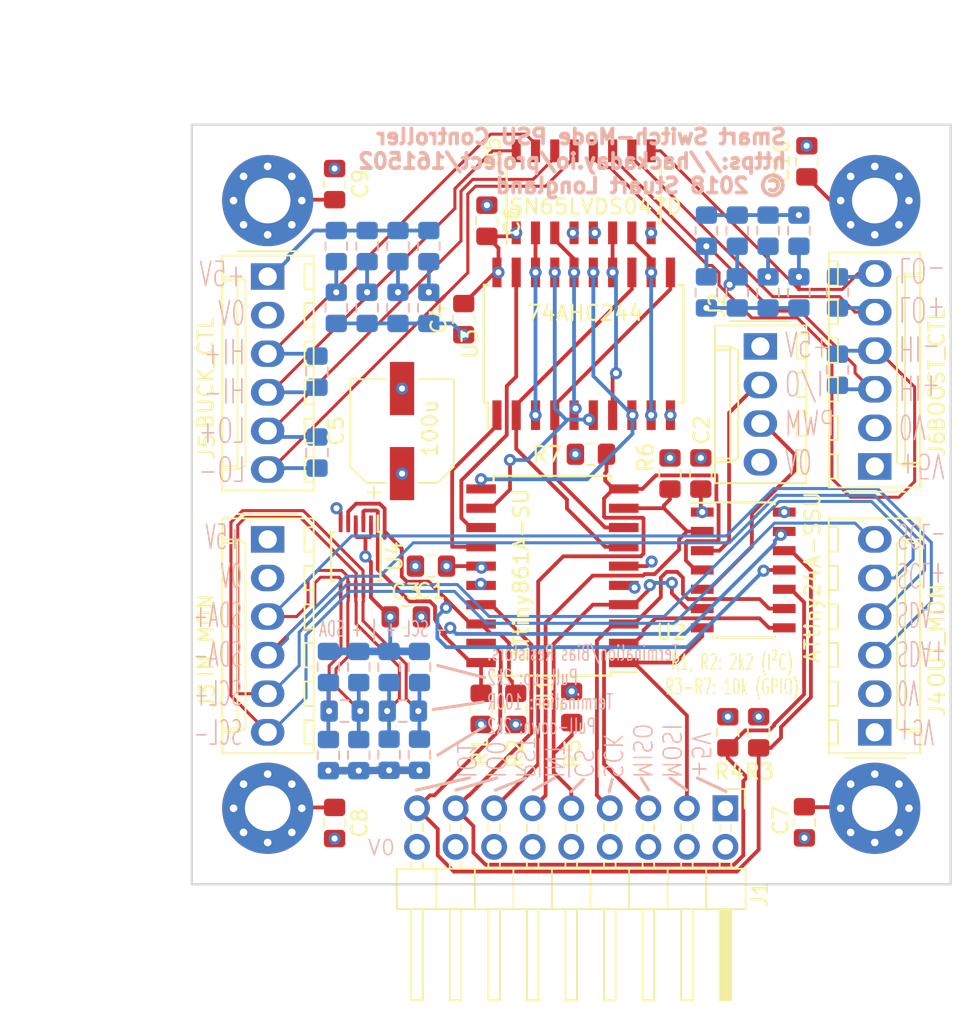
<source format=kicad_pcb>
(kicad_pcb (version 20171130) (host pcbnew 5.0.0)
  (layers (0 F.Cu signal) (1 In1.Cu signal) (2 In2.Cu signal) (31 B.Cu signal) (34 B.Paste user) (35 F.Paste user) (36 B.SilkS user) (37 F.SilkS user) (38 B.Mask user) (39 F.Mask user) (44 Edge.Cuts user))
  (net 0 "")
  (net 1 GND)
  (net 2 VCC)
  (net 3 "Net-(C7-Pad1)")
  (net 4 "Net-(C8-Pad1)")
  (net 5 "Net-(C9-Pad1)")
  (net 6 "Net-(C10-Pad1)")
  (net 7 /MOSI)
  (net 8 /MISO)
  (net 9 /SCK)
  (net 10 /~CS~)
  (net 11 /~INT~)
  (net 12 /~RESET~)
  (net 13 /PWM)
  (net 14 /BUCK_LO-)
  (net 15 /BUCK_LO+)
  (net 16 /BUCK_HI-)
  (net 17 /BUCK_HI+)
  (net 18 /BOOST_HI+)
  (net 19 /BOOST_HI-)
  (net 20 /BOOST_LO+)
  (net 21 /BOOST_LO-)
  (net 22 /SDA)
  (net 23 /SCL)
  (net 24 /GPIO0)
  (net 25 /GPIO1)
  (net 26 /~PWM~)
  (net 27 /LO_DRV)
  (net 28 /HI_DRV)
  (net 29 /~BOOST_PWM_EN~)
  (net 30 /~BUCK_PWM_EN~)
  (net 31 /BUCK_HI)
  (net 32 /BUCK_LO)
  (net 33 /BOOST_HI)
  (net 34 /BOOST_LO)
  (net 35 /T24_IO)
  (net 36 /T24_PWM)
  (net 37 /SDA+)
  (net 38 /SDA-)
  (net 39 /SCL+)
  (net 40 /SCL-)
  (module Resistor_SMD:R_0805_2012Metric_Pad1.15x1.40mm_HandSolder (layer B.Cu) (at 138.25 91.26 90)
    (fp_text reference R18 hide)
    (fp_text value 100R hide)
    (pad 2 smd roundrect (at 1.025 0 90) (size 1.15 1.4) (layers B.Cu B.Paste B.Mask) (roundrect_rratio 0.217391) (net 17 /BUCK_HI+))
    (pad 1 smd roundrect (at -1.025 0 90) (size 1.15 1.4) (layers B.Cu B.Paste B.Mask) (roundrect_rratio 0.217391) (net 16 /BUCK_HI-))
  )
  (module Resistor_SMD:R_0805_2012Metric_Pad1.15x1.40mm_HandSolder (layer B.Cu) (at 138.25 96.585 270)
    (fp_text reference R19 hide)
    (fp_text value 100R hide)
    (pad 1 smd roundrect (at -1.025 0 270) (size 1.15 1.4) (layers B.Cu B.Paste B.Mask) (roundrect_rratio 0.217391) (net 15 /BUCK_LO+))
    (pad 2 smd roundrect (at 1.025 0 270) (size 1.15 1.4) (layers B.Cu B.Paste B.Mask) (roundrect_rratio 0.217391) (net 14 /BUCK_LO-))
  )
  (module Resistor_SMD:R_0805_2012Metric_Pad1.15x1.40mm_HandSolder (layer B.Cu) (at 139.52 87.06 270)
    (fp_text reference R23 hide)
    (fp_text value 2k2 hide)
    (pad 2 smd roundrect (at 1.025 0 270) (size 1.15 1.4) (layers B.Cu B.Paste B.Mask) (roundrect_rratio 0.217391) (net 1 GND))
    (pad 1 smd roundrect (at -1.025 0 270) (size 1.15 1.4) (layers B.Cu B.Paste B.Mask) (roundrect_rratio 0.217391) (net 17 /BUCK_HI+))
  )
  (module Resistor_SMD:R_0805_2012Metric_Pad1.15x1.40mm_HandSolder (layer B.Cu) (at 163.904 81.98 270)
    (fp_text reference R24 hide)
    (fp_text value 2k2 hide)
    (pad 1 smd roundrect (at -1.025 0 270) (size 1.15 1.4) (layers B.Cu B.Paste B.Mask) (roundrect_rratio 0.217391) (net 2 VCC))
    (pad 2 smd roundrect (at 1.025 0 270) (size 1.15 1.4) (layers B.Cu B.Paste B.Mask) (roundrect_rratio 0.217391) (net 18 /BOOST_HI+))
  )
  (module Resistor_SMD:R_0805_2012Metric_Pad1.15x1.40mm_HandSolder (layer B.Cu) (at 163.904 86.044 270)
    (fp_text reference R25 hide)
    (fp_text value 2k2 hide)
    (pad 2 smd roundrect (at 1.025 0 270) (size 1.15 1.4) (layers B.Cu B.Paste B.Mask) (roundrect_rratio 0.217391) (net 1 GND))
    (pad 1 smd roundrect (at -1.025 0 270) (size 1.15 1.4) (layers B.Cu B.Paste B.Mask) (roundrect_rratio 0.217391) (net 18 /BOOST_HI+))
  )
  (module Resistor_SMD:R_0805_2012Metric_Pad1.15x1.40mm_HandSolder (layer B.Cu) (at 141.552 82.996 270)
    (fp_text reference R26 hide)
    (fp_text value 2k2 hide)
    (pad 1 smd roundrect (at -1.025 0 270) (size 1.15 1.4) (layers B.Cu B.Paste B.Mask) (roundrect_rratio 0.217391) (net 2 VCC))
    (pad 2 smd roundrect (at 1.025 0 270) (size 1.15 1.4) (layers B.Cu B.Paste B.Mask) (roundrect_rratio 0.217391) (net 16 /BUCK_HI-))
  )
  (module Resistor_SMD:R_0805_2012Metric_Pad1.15x1.40mm_HandSolder (layer B.Cu) (at 141.552 87.06 270)
    (fp_text reference R27 hide)
    (fp_text value 2k2 hide)
    (pad 2 smd roundrect (at 1.025 0 270) (size 1.15 1.4) (layers B.Cu B.Paste B.Mask) (roundrect_rratio 0.217391) (net 1 GND))
    (pad 1 smd roundrect (at -1.025 0 270) (size 1.15 1.4) (layers B.Cu B.Paste B.Mask) (roundrect_rratio 0.217391) (net 16 /BUCK_HI-))
  )
  (module Resistor_SMD:R_0805_2012Metric_Pad1.15x1.40mm_HandSolder (layer B.Cu) (at 165.936 81.98 270)
    (fp_text reference R28 hide)
    (fp_text value 2k2 hide)
    (pad 1 smd roundrect (at -1.025 0 270) (size 1.15 1.4) (layers B.Cu B.Paste B.Mask) (roundrect_rratio 0.217391) (net 2 VCC))
    (pad 2 smd roundrect (at 1.025 0 270) (size 1.15 1.4) (layers B.Cu B.Paste B.Mask) (roundrect_rratio 0.217391) (net 19 /BOOST_HI-))
  )
  (module Resistor_SMD:R_0805_2012Metric_Pad1.15x1.40mm_HandSolder (layer B.Cu) (at 165.936 86.044 270)
    (fp_text reference R29 hide)
    (fp_text value 2k2 hide)
    (pad 2 smd roundrect (at 1.025 0 270) (size 1.15 1.4) (layers B.Cu B.Paste B.Mask) (roundrect_rratio 0.217391) (net 1 GND))
    (pad 1 smd roundrect (at -1.025 0 270) (size 1.15 1.4) (layers B.Cu B.Paste B.Mask) (roundrect_rratio 0.217391) (net 19 /BOOST_HI-))
  )
  (module Resistor_SMD:R_0805_2012Metric_Pad1.15x1.40mm_HandSolder (layer B.Cu) (at 143.584 82.996 270)
    (fp_text reference R30 hide)
    (fp_text value 2k2 hide)
    (pad 1 smd roundrect (at -1.025 0 270) (size 1.15 1.4) (layers B.Cu B.Paste B.Mask) (roundrect_rratio 0.217391) (net 2 VCC))
    (pad 2 smd roundrect (at 1.025 0 270) (size 1.15 1.4) (layers B.Cu B.Paste B.Mask) (roundrect_rratio 0.217391) (net 15 /BUCK_LO+))
  )
  (module Resistor_SMD:R_0805_2012Metric_Pad1.15x1.40mm_HandSolder (layer B.Cu) (at 167.968 81.98 270)
    (fp_text reference R32 hide)
    (fp_text value 2k2 hide)
    (pad 2 smd roundrect (at 1.025 0 270) (size 1.15 1.4) (layers B.Cu B.Paste B.Mask) (roundrect_rratio 0.217391) (net 20 /BOOST_LO+))
    (pad 1 smd roundrect (at -1.025 0 270) (size 1.15 1.4) (layers B.Cu B.Paste B.Mask) (roundrect_rratio 0.217391) (net 2 VCC))
  )
  (module Resistor_SMD:R_0805_2012Metric_Pad1.15x1.40mm_HandSolder (layer B.Cu) (at 167.968 86.044 270)
    (fp_text reference R33 hide)
    (fp_text value 2k2 hide)
    (pad 1 smd roundrect (at -1.025 0 270) (size 1.15 1.4) (layers B.Cu B.Paste B.Mask) (roundrect_rratio 0.217391) (net 20 /BOOST_LO+))
    (pad 2 smd roundrect (at 1.025 0 270) (size 1.15 1.4) (layers B.Cu B.Paste B.Mask) (roundrect_rratio 0.217391) (net 1 GND))
  )
  (module Resistor_SMD:R_0805_2012Metric_Pad1.15x1.40mm_HandSolder (layer B.Cu) (at 145.616 82.996 270)
    (fp_text reference R34 hide)
    (fp_text value 2k2 hide)
    (pad 2 smd roundrect (at 1.025 0 270) (size 1.15 1.4) (layers B.Cu B.Paste B.Mask) (roundrect_rratio 0.217391) (net 14 /BUCK_LO-))
    (pad 1 smd roundrect (at -1.025 0 270) (size 1.15 1.4) (layers B.Cu B.Paste B.Mask) (roundrect_rratio 0.217391) (net 2 VCC))
  )
  (module Resistor_SMD:R_0805_2012Metric_Pad1.15x1.40mm_HandSolder (layer B.Cu) (at 145.616 87.06 270)
    (fp_text reference R35 hide)
    (fp_text value 2k2 hide)
    (pad 1 smd roundrect (at -1.025 0 270) (size 1.15 1.4) (layers B.Cu B.Paste B.Mask) (roundrect_rratio 0.217391) (net 14 /BUCK_LO-))
    (pad 2 smd roundrect (at 1.025 0 270) (size 1.15 1.4) (layers B.Cu B.Paste B.Mask) (roundrect_rratio 0.217391) (net 1 GND))
  )
  (module Resistor_SMD:R_0805_2012Metric_Pad1.15x1.40mm_HandSolder (layer B.Cu) (at 170 81.98 270)
    (fp_text reference R36 hide)
    (fp_text value 2k2 hide)
    (pad 2 smd roundrect (at 1.025 0 270) (size 1.15 1.4) (layers B.Cu B.Paste B.Mask) (roundrect_rratio 0.217391) (net 21 /BOOST_LO-))
    (pad 1 smd roundrect (at -1.025 0 270) (size 1.15 1.4) (layers B.Cu B.Paste B.Mask) (roundrect_rratio 0.217391) (net 2 VCC))
  )
  (module Resistor_SMD:R_0805_2012Metric_Pad1.15x1.40mm_HandSolder (layer B.Cu) (at 170 86.044 270)
    (fp_text reference R37 hide)
    (fp_text value 2k2 hide)
    (pad 1 smd roundrect (at -1.025 0 270) (size 1.15 1.4) (layers B.Cu B.Paste B.Mask) (roundrect_rratio 0.217391) (net 21 /BOOST_LO-))
    (pad 2 smd roundrect (at 1.025 0 270) (size 1.15 1.4) (layers B.Cu B.Paste B.Mask) (roundrect_rratio 0.217391) (net 1 GND))
  )
  (module Resistor_SMD:R_0805_2012Metric_Pad1.15x1.40mm_HandSolder (layer B.Cu) (at 139.52 82.996 270)
    (fp_text reference R22 hide)
    (fp_text value 2k2 hide)
    (pad 2 smd roundrect (at 1.025 0 270) (size 1.15 1.4) (layers B.Cu B.Paste B.Mask) (roundrect_rratio 0.217391) (net 17 /BUCK_HI+))
    (pad 1 smd roundrect (at -1.025 0 270) (size 1.15 1.4) (layers B.Cu B.Paste B.Mask) (roundrect_rratio 0.217391) (net 2 VCC))
  )
  (module Resistor_SMD:R_0805_2012Metric_Pad1.15x1.40mm_HandSolder (layer B.Cu) (at 172.54 86.044 270)
    (fp_text reference R21 hide)
    (fp_text value 100R hide)
    (pad 1 smd roundrect (at -1.025 0 270) (size 1.15 1.4) (layers B.Cu B.Paste B.Mask) (roundrect_rratio 0.217391) (net 21 /BOOST_LO-))
    (pad 2 smd roundrect (at 1.025 0 270) (size 1.15 1.4) (layers B.Cu B.Paste B.Mask) (roundrect_rratio 0.217391) (net 20 /BOOST_LO+))
  )
  (module Resistor_SMD:R_0805_2012Metric_Pad1.15x1.40mm_HandSolder (layer B.Cu) (at 172.54 91.133 270)
    (fp_text reference R20 hide)
    (fp_text value 100R hide)
    (pad 2 smd roundrect (at 1.025 0 270) (size 1.15 1.4) (layers B.Cu B.Paste B.Mask) (roundrect_rratio 0.217391) (net 18 /BOOST_HI+))
    (pad 1 smd roundrect (at -1.025 0 270) (size 1.15 1.4) (layers B.Cu B.Paste B.Mask) (roundrect_rratio 0.217391) (net 19 /BOOST_HI-))
  )
  (module Resistor_SMD:R_0805_2012Metric_Pad1.15x1.40mm_HandSolder (layer B.Cu) (at 143.584 87.06 270)
    (fp_text reference R31 hide)
    (fp_text value 2k2 hide)
    (pad 1 smd roundrect (at -1.025 0 270) (size 1.15 1.4) (layers B.Cu B.Paste B.Mask) (roundrect_rratio 0.217391) (net 15 /BUCK_LO+))
    (pad 2 smd roundrect (at 1.025 0 270) (size 1.15 1.4) (layers B.Cu B.Paste B.Mask) (roundrect_rratio 0.217391) (net 1 GND))
  )
  (module Connector_Molex:Molex_KK-254_AE-6410-04A_1x04_P2.54mm_Vertical (layer F.Cu) (at 167.46 89.6 270)
    (fp_text reference J2 (at -2.7 2.86 270) (layer F.SilkS))
    (fp_text value Conn_01x04)
    (pad 1 thru_hole rect (at 0 0 270) (size 1.74 2.2) (drill 1.2) (layers *.Cu *.Mask) (net 2 VCC))
    (pad 2 thru_hole oval (at 2.54 0 270) (size 1.74 2.2) (drill 1.2) (layers *.Cu *.Mask) (net 35 /T24_IO))
    (pad 3 thru_hole oval (at 5.08 0 270) (size 1.74 2.2) (drill 1.2) (layers *.Cu *.Mask) (net 36 /T24_PWM))
    (pad 4 thru_hole oval (at 7.62 0 270) (size 1.74 2.2) (drill 1.2) (layers *.Cu *.Mask) (net 1 GND))
  )
  (module Resistor_SMD:R_0805_2012Metric_Pad1.15x1.40mm_HandSolder (layer B.Cu) (at 139 116.5 270)
    (fp_text reference R13 hide)
    (fp_text value 2k2)
    (pad 2 smd roundrect (at 1.025 0 270) (size 1.15 1.4) (layers B.Cu B.Paste B.Mask) (roundrect_rratio 0.217391) (net 1 GND))
    (pad 1 smd roundrect (at -1.025 0 270) (size 1.15 1.4) (layers B.Cu B.Paste B.Mask) (roundrect_rratio 0.217391) (net 38 /SDA-))
  )
  (module Resistor_SMD:R_0805_2012Metric_Pad1.15x1.40mm_HandSolder (layer B.Cu) (at 143 116.475 270)
    (fp_text reference R14 hide)
    (fp_text value 2k2)
    (pad 1 smd roundrect (at -1.025 0 270) (size 1.15 1.4) (layers B.Cu B.Paste B.Mask) (roundrect_rratio 0.217391) (net 39 /SCL+))
    (pad 2 smd roundrect (at 1.025 0 270) (size 1.15 1.4) (layers B.Cu B.Paste B.Mask) (roundrect_rratio 0.217391) (net 1 GND))
  )
  (module Resistor_SMD:R_0805_2012Metric_Pad1.15x1.40mm_HandSolder (layer B.Cu) (at 145 116.475 270)
    (fp_text reference R15 hide)
    (fp_text value 2k2)
    (pad 2 smd roundrect (at 1.025 0 270) (size 1.15 1.4) (layers B.Cu B.Paste B.Mask) (roundrect_rratio 0.217391) (net 1 GND))
    (pad 1 smd roundrect (at -1.025 0 270) (size 1.15 1.4) (layers B.Cu B.Paste B.Mask) (roundrect_rratio 0.217391) (net 40 /SCL-))
  )
  (module Resistor_SMD:R_0805_2012Metric_Pad1.15x1.40mm_HandSolder (layer B.Cu) (at 140.075 113.6 180)
    (fp_text reference R16 hide)
    (fp_text value 100R)
    (pad 1 smd roundrect (at -1.025 0 180) (size 1.15 1.4) (layers B.Cu B.Paste B.Mask) (roundrect_rratio 0.217391) (net 37 /SDA+))
    (pad 2 smd roundrect (at 1.025 0 180) (size 1.15 1.4) (layers B.Cu B.Paste B.Mask) (roundrect_rratio 0.217391) (net 38 /SDA-))
  )
  (module Resistor_SMD:R_0805_2012Metric_Pad1.15x1.40mm_HandSolder (layer B.Cu) (at 143.9 113.6 180)
    (fp_text reference R17 hide)
    (fp_text value 100R)
    (pad 2 smd roundrect (at 1.025 0 180) (size 1.15 1.4) (layers B.Cu B.Paste B.Mask) (roundrect_rratio 0.217391) (net 39 /SCL+))
    (pad 1 smd roundrect (at -1.025 0 180) (size 1.15 1.4) (layers B.Cu B.Paste B.Mask) (roundrect_rratio 0.217391) (net 40 /SCL-))
  )
  (module Resistor_SMD:R_0805_2012Metric_Pad1.15x1.40mm_HandSolder (layer B.Cu) (at 141 116.5 270)
    (fp_text reference R12 hide)
    (fp_text value 2k2)
    (pad 1 smd roundrect (at -1.025 0 270) (size 1.15 1.4) (layers B.Cu B.Paste B.Mask) (roundrect_rratio 0.217391) (net 37 /SDA+))
    (pad 2 smd roundrect (at 1.025 0 270) (size 1.15 1.4) (layers B.Cu B.Paste B.Mask) (roundrect_rratio 0.217391) (net 1 GND))
  )
  (module Connector_PinHeader_2.54mm:PinHeader_2x09_P2.54mm_Horizontal (layer F.Cu) (at 165.16 120 270)
    (fp_text reference J1 (at 5.655 -2.27 270) (layer F.SilkS))
    (fp_text value Conn_02x07_Odd_Even)
    (pad 1 thru_hole rect (at 0 0 270) (size 1.7 1.7) (drill 1) (layers *.Cu *.Mask) (net 2 VCC))
    (pad 2 thru_hole oval (at 2.54 0 270) (size 1.7 1.7) (drill 1) (layers *.Cu *.Mask) (net 1 GND))
    (pad 3 thru_hole oval (at 0 2.54 270) (size 1.7 1.7) (drill 1) (layers *.Cu *.Mask) (net 7 /MOSI))
    (pad 4 thru_hole oval (at 2.54 2.54 270) (size 1.7 1.7) (drill 1) (layers *.Cu *.Mask) (net 1 GND))
    (pad 5 thru_hole oval (at 0 5.08 270) (size 1.7 1.7) (drill 1) (layers *.Cu *.Mask) (net 8 /MISO))
    (pad 6 thru_hole oval (at 2.54 5.08 270) (size 1.7 1.7) (drill 1) (layers *.Cu *.Mask) (net 1 GND))
    (pad 7 thru_hole oval (at 0 7.62 270) (size 1.7 1.7) (drill 1) (layers *.Cu *.Mask) (net 9 /SCK))
    (pad 8 thru_hole oval (at 2.54 7.62 270) (size 1.7 1.7) (drill 1) (layers *.Cu *.Mask) (net 1 GND))
    (pad 9 thru_hole oval (at 0 10.16 270) (size 1.7 1.7) (drill 1) (layers *.Cu *.Mask) (net 10 /~CS~))
    (pad 10 thru_hole oval (at 2.54 10.16 270) (size 1.7 1.7) (drill 1) (layers *.Cu *.Mask) (net 1 GND))
    (pad 11 thru_hole oval (at 0 12.7 270) (size 1.7 1.7) (drill 1) (layers *.Cu *.Mask) (net 11 /~INT~))
    (pad 12 thru_hole oval (at 2.54 12.7 270) (size 1.7 1.7) (drill 1) (layers *.Cu *.Mask) (net 1 GND))
    (pad 13 thru_hole oval (at 0 15.24 270) (size 1.7 1.7) (drill 1) (layers *.Cu *.Mask) (net 12 /~RESET~))
    (pad 14 thru_hole oval (at 2.54 15.24 270) (size 1.7 1.7) (drill 1) (layers *.Cu *.Mask) (net 1 GND))
    (pad 15 thru_hole oval (at 0 17.78 270) (size 1.7 1.7) (drill 1) (layers *.Cu *.Mask) (net 25 /GPIO1))
    (pad 16 thru_hole oval (at 2.54 17.78 270) (size 1.7 1.7) (drill 1) (layers *.Cu *.Mask) (net 1 GND))
    (pad 17 thru_hole oval (at 0 20.32 270) (size 1.7 1.7) (drill 1) (layers *.Cu *.Mask) (net 24 /GPIO0))
    (pad 18 thru_hole oval (at 2.54 20.32 270) (size 1.7 1.7) (drill 1) (layers *.Cu *.Mask) (net 1 GND))
  )
  (module Package_SO:TSSOP-10_3x3mm_P0.5mm (layer F.Cu) (at 140.805 103.425 270)
    (fp_text reference U4 (at 0 -2.55 270) (layer F.SilkS))
    (fp_text value PCA9615)
    (pad 1 smd rect (at -2.15 -1 270) (size 1.1 0.25) (layers F.Cu F.Paste F.Mask) (net 2 VCC))
    (pad 2 smd rect (at -2.15 -0.5 270) (size 1.1 0.25) (layers F.Cu F.Paste F.Mask) (net 22 /SDA))
    (pad 3 smd rect (at -2.15 0 270) (size 1.1 0.25) (layers F.Cu F.Paste F.Mask) (net 2 VCC))
    (pad 4 smd rect (at -2.15 0.5 270) (size 1.1 0.25) (layers F.Cu F.Paste F.Mask) (net 23 /SCL))
    (pad 5 smd rect (at -2.15 1 270) (size 1.1 0.25) (layers F.Cu F.Paste F.Mask) (net 1 GND))
    (pad 6 smd rect (at 2.15 1 270) (size 1.1 0.25) (layers F.Cu F.Paste F.Mask) (net 38 /SDA-))
    (pad 7 smd rect (at 2.15 0.5 270) (size 1.1 0.25) (layers F.Cu F.Paste F.Mask) (net 37 /SDA+))
    (pad 8 smd rect (at 2.15 0 270) (size 1.1 0.25) (layers F.Cu F.Paste F.Mask) (net 39 /SCL+))
    (pad 9 smd rect (at 2.15 -0.5 270) (size 1.1 0.25) (layers F.Cu F.Paste F.Mask) (net 40 /SCL-))
    (pad 10 smd rect (at 2.15 -1 270) (size 1.1 0.25) (layers F.Cu F.Paste F.Mask) (net 2 VCC))
  )
  (module Package_SO:SOIC-20W_7.5x12.8mm_P1.27mm (layer F.Cu) (at 155.82 89.425 90)
    (fp_text reference U3 (at 0 -7.5 90) (layer F.SilkS))
    (fp_text value 74AHC244 (at 2.025 0.08 180) (layer F.SilkS))
    (pad 1 smd rect (at -4.7 -5.715 90) (size 1.95 0.6) (layers F.Cu F.Paste F.Mask) (net 30 /~BUCK_PWM_EN~))
    (pad 2 smd rect (at -4.7 -4.445 90) (size 1.95 0.6) (layers F.Cu F.Paste F.Mask) (net 26 /~PWM~))
    (pad 3 smd rect (at -4.7 -3.175 90) (size 1.95 0.6) (layers F.Cu F.Paste F.Mask) (net 31 /BUCK_HI))
    (pad 4 smd rect (at -4.7 -1.905 90) (size 1.95 0.6) (layers F.Cu F.Paste F.Mask) (net 13 /PWM))
    (pad 5 smd rect (at -4.7 -0.635 90) (size 1.95 0.6) (layers F.Cu F.Paste F.Mask) (net 32 /BUCK_LO))
    (pad 6 smd rect (at -4.7 0.635 90) (size 1.95 0.6) (layers F.Cu F.Paste F.Mask) (net 28 /HI_DRV))
    (pad 7 smd rect (at -4.7 1.905 90) (size 1.95 0.6) (layers F.Cu F.Paste F.Mask) (net 33 /BOOST_HI))
    (pad 8 smd rect (at -4.7 3.175 90) (size 1.95 0.6) (layers F.Cu F.Paste F.Mask) (net 27 /LO_DRV))
    (pad 9 smd rect (at -4.7 4.445 90) (size 1.95 0.6) (layers F.Cu F.Paste F.Mask) (net 34 /BOOST_LO))
    (pad 10 smd rect (at -4.7 5.715 90) (size 1.95 0.6) (layers F.Cu F.Paste F.Mask) (net 1 GND))
    (pad 11 smd rect (at 4.7 5.715 90) (size 1.95 0.6) (layers F.Cu F.Paste F.Mask) (net 13 /PWM))
    (pad 12 smd rect (at 4.7 4.445 90) (size 1.95 0.6) (layers F.Cu F.Paste F.Mask) (net 34 /BOOST_LO))
    (pad 13 smd rect (at 4.7 3.175 90) (size 1.95 0.6) (layers F.Cu F.Paste F.Mask) (net 26 /~PWM~))
    (pad 14 smd rect (at 4.7 1.905 90) (size 1.95 0.6) (layers F.Cu F.Paste F.Mask) (net 33 /BOOST_HI))
    (pad 15 smd rect (at 4.7 0.635 90) (size 1.95 0.6) (layers F.Cu F.Paste F.Mask) (net 27 /LO_DRV))
    (pad 16 smd rect (at 4.7 -0.635 90) (size 1.95 0.6) (layers F.Cu F.Paste F.Mask) (net 32 /BUCK_LO))
    (pad 17 smd rect (at 4.7 -1.905 90) (size 1.95 0.6) (layers F.Cu F.Paste F.Mask) (net 28 /HI_DRV))
    (pad 18 smd rect (at 4.7 -3.175 90) (size 1.95 0.6) (layers F.Cu F.Paste F.Mask) (net 31 /BUCK_HI))
    (pad 19 smd rect (at 4.7 -4.445 90) (size 1.95 0.6) (layers F.Cu F.Paste F.Mask) (net 29 /~BOOST_PWM_EN~))
    (pad 20 smd rect (at 4.7 -5.715 90) (size 1.95 0.6) (layers F.Cu F.Paste F.Mask) (net 2 VCC))
  )
  (module Connector_Molex:Molex_KK-254_AE-6410-06A_1x06_P2.54mm_Vertical (layer F.Cu) (at 135 102.3 270)
    (fp_text reference J3 (at 10.3 4 270) (layer F.SilkS))
    (fp_text value IN_MON (at 6.35 4.08 270) (layer F.SilkS))
    (pad 6 thru_hole oval (at 12.7 0 270) (size 1.74 2.2) (drill 1.2) (layers *.Cu *.Mask) (net 40 /SCL-))
    (pad 5 thru_hole oval (at 10.16 0 270) (size 1.74 2.2) (drill 1.2) (layers *.Cu *.Mask) (net 39 /SCL+))
    (pad 4 thru_hole oval (at 7.62 0 270) (size 1.74 2.2) (drill 1.2) (layers *.Cu *.Mask) (net 38 /SDA-))
    (pad 3 thru_hole oval (at 5.08 0 270) (size 1.74 2.2) (drill 1.2) (layers *.Cu *.Mask) (net 37 /SDA+))
    (pad 2 thru_hole oval (at 2.54 0 270) (size 1.74 2.2) (drill 1.2) (layers *.Cu *.Mask) (net 1 GND))
    (pad 1 thru_hole rect (at 0 0 270) (size 1.74 2.2) (drill 1.2) (layers *.Cu *.Mask) (net 2 VCC))
  )
  (module Connector_Molex:Molex_KK-254_AE-6410-06A_1x06_P2.54mm_Vertical (layer F.Cu) (at 175 115 90)
    (fp_text reference J4 (at 1.9 4.1 90) (layer F.SilkS))
    (fp_text value OUT_MON (at 6.35 4.08 90) (layer F.SilkS))
    (pad 1 thru_hole rect (at 0 0 90) (size 1.74 2.2) (drill 1.2) (layers *.Cu *.Mask) (net 2 VCC))
    (pad 2 thru_hole oval (at 2.54 0 90) (size 1.74 2.2) (drill 1.2) (layers *.Cu *.Mask) (net 1 GND))
    (pad 3 thru_hole oval (at 5.08 0 90) (size 1.74 2.2) (drill 1.2) (layers *.Cu *.Mask) (net 37 /SDA+))
    (pad 4 thru_hole oval (at 7.62 0 90) (size 1.74 2.2) (drill 1.2) (layers *.Cu *.Mask) (net 38 /SDA-))
    (pad 5 thru_hole oval (at 10.16 0 90) (size 1.74 2.2) (drill 1.2) (layers *.Cu *.Mask) (net 39 /SCL+))
    (pad 6 thru_hole oval (at 12.7 0 90) (size 1.74 2.2) (drill 1.2) (layers *.Cu *.Mask) (net 40 /SCL-))
  )
  (module Connector_Molex:Molex_KK-254_AE-6410-06A_1x06_P2.54mm_Vertical (layer F.Cu) (at 135 85 270)
    (fp_text reference J5 (at 11.2 4 270) (layer F.SilkS))
    (fp_text value BUCK_CTL (at 6.35 4.08 270) (layer F.SilkS))
    (pad 6 thru_hole oval (at 12.7 0 270) (size 1.74 2.2) (drill 1.2) (layers *.Cu *.Mask) (net 14 /BUCK_LO-))
    (pad 5 thru_hole oval (at 10.16 0 270) (size 1.74 2.2) (drill 1.2) (layers *.Cu *.Mask) (net 15 /BUCK_LO+))
    (pad 4 thru_hole oval (at 7.62 0 270) (size 1.74 2.2) (drill 1.2) (layers *.Cu *.Mask) (net 16 /BUCK_HI-))
    (pad 3 thru_hole oval (at 5.08 0 270) (size 1.74 2.2) (drill 1.2) (layers *.Cu *.Mask) (net 17 /BUCK_HI+))
    (pad 2 thru_hole oval (at 2.54 0 270) (size 1.74 2.2) (drill 1.2) (layers *.Cu *.Mask) (net 1 GND))
    (pad 1 thru_hole rect (at 0 0 270) (size 1.74 2.2) (drill 1.2) (layers *.Cu *.Mask) (net 2 VCC))
  )
  (module Connector_Molex:Molex_KK-254_AE-6410-06A_1x06_P2.54mm_Vertical (layer F.Cu) (at 175 97.5 90)
    (fp_text reference J6 (at 1.5 4.1 90) (layer F.SilkS))
    (fp_text value BOOST_CTL (at 6.35 4.08 90) (layer F.SilkS))
    (pad 1 thru_hole rect (at 0 0 90) (size 1.74 2.2) (drill 1.2) (layers *.Cu *.Mask) (net 2 VCC))
    (pad 2 thru_hole oval (at 2.54 0 90) (size 1.74 2.2) (drill 1.2) (layers *.Cu *.Mask) (net 1 GND))
    (pad 3 thru_hole oval (at 5.08 0 90) (size 1.74 2.2) (drill 1.2) (layers *.Cu *.Mask) (net 18 /BOOST_HI+))
    (pad 4 thru_hole oval (at 7.62 0 90) (size 1.74 2.2) (drill 1.2) (layers *.Cu *.Mask) (net 19 /BOOST_HI-))
    (pad 5 thru_hole oval (at 10.16 0 90) (size 1.74 2.2) (drill 1.2) (layers *.Cu *.Mask) (net 20 /BOOST_LO+))
    (pad 6 thru_hole oval (at 12.7 0 90) (size 1.74 2.2) (drill 1.2) (layers *.Cu *.Mask) (net 21 /BOOST_LO-))
  )
  (module Resistor_SMD:R_0805_2012Metric_Pad1.15x1.40mm_HandSolder (layer F.Cu) (at 151.346 113.458 90)
    (fp_text reference R2 (at -2.942 -0.046 90) (layer F.SilkS))
    (fp_text value 2k2)
    (pad 1 smd roundrect (at -1.025 0 90) (size 1.15 1.4) (layers F.Cu F.Paste F.Mask) (roundrect_rratio 0.217391) (net 2 VCC))
    (pad 2 smd roundrect (at 1.025 0 90) (size 1.15 1.4) (layers F.Cu F.Paste F.Mask) (roundrect_rratio 0.217391) (net 23 /SCL))
  )
  (module Resistor_SMD:R_0805_2012Metric_Pad1.15x1.40mm_HandSolder (layer F.Cu) (at 156.299 96.694)
    (fp_text reference R7 (at -2.899 0.006) (layer F.SilkS))
    (fp_text value 10k)
    (pad 2 smd roundrect (at 1.025 0) (size 1.15 1.4) (layers F.Cu F.Paste F.Mask) (roundrect_rratio 0.217391) (net 12 /~RESET~))
    (pad 1 smd roundrect (at -1.025 0) (size 1.15 1.4) (layers F.Cu F.Paste F.Mask) (roundrect_rratio 0.217391) (net 2 VCC))
  )
  (module Resistor_SMD:R_0805_2012Metric_Pad1.15x1.40mm_HandSolder (layer F.Cu) (at 161.506 97.964 270)
    (fp_text reference R6 (at -1.064 1.606 270) (layer F.SilkS))
    (fp_text value 10k)
    (pad 1 smd roundrect (at -1.025 0 270) (size 1.15 1.4) (layers F.Cu F.Paste F.Mask) (roundrect_rratio 0.217391) (net 2 VCC))
    (pad 2 smd roundrect (at 1.025 0 270) (size 1.15 1.4) (layers F.Cu F.Paste F.Mask) (roundrect_rratio 0.217391) (net 11 /~INT~))
  )
  (module Resistor_SMD:R_0805_2012Metric_Pad1.15x1.40mm_HandSolder (layer F.Cu) (at 155.029 113.331 270)
    (fp_text reference R5 (at 3.069 -0.071 270) (layer F.SilkS))
    (fp_text value 10k)
    (pad 2 smd roundrect (at 1.025 0 270) (size 1.15 1.4) (layers F.Cu F.Paste F.Mask) (roundrect_rratio 0.217391) (net 10 /~CS~))
    (pad 1 smd roundrect (at -1.025 0 270) (size 1.15 1.4) (layers F.Cu F.Paste F.Mask) (roundrect_rratio 0.217391) (net 2 VCC))
  )
  (module Resistor_SMD:R_0805_2012Metric_Pad1.15x1.40mm_HandSolder (layer F.Cu) (at 167.348 115 270)
    (fp_text reference R3 (at 2.6 -0.052) (layer F.SilkS))
    (fp_text value 10k)
    (pad 1 smd roundrect (at -1.025 0 270) (size 1.15 1.4) (layers F.Cu F.Paste F.Mask) (roundrect_rratio 0.217391) (net 2 VCC))
    (pad 2 smd roundrect (at 1.025 0 270) (size 1.15 1.4) (layers F.Cu F.Paste F.Mask) (roundrect_rratio 0.217391) (net 24 /GPIO0))
  )
  (module Resistor_SMD:R_0805_2012Metric_Pad1.15x1.40mm_HandSolder (layer F.Cu) (at 149.06 113.458 90)
    (fp_text reference R1 (at -2.842 -0.06 90) (layer F.SilkS))
    (fp_text value 2k2)
    (pad 2 smd roundrect (at 1.025 0 90) (size 1.15 1.4) (layers F.Cu F.Paste F.Mask) (roundrect_rratio 0.217391) (net 22 /SDA))
    (pad 1 smd roundrect (at -1.025 0 90) (size 1.15 1.4) (layers F.Cu F.Paste F.Mask) (roundrect_rratio 0.217391) (net 2 VCC))
  )
  (module Resistor_SMD:R_0805_2012Metric_Pad1.15x1.40mm_HandSolder (layer F.Cu) (at 165.316 115 270)
    (fp_text reference R4 (at 2.6 -0.084) (layer F.SilkS))
    (fp_text value 10k)
    (pad 1 smd roundrect (at -1.025 0 270) (size 1.15 1.4) (layers F.Cu F.Paste F.Mask) (roundrect_rratio 0.217391) (net 2 VCC))
    (pad 2 smd roundrect (at 1.025 0 270) (size 1.15 1.4) (layers F.Cu F.Paste F.Mask) (roundrect_rratio 0.217391) (net 25 /GPIO1))
  )
  (module Capacitor_SMD:C_0805_2012Metric_Pad1.15x1.40mm_HandSolder (layer F.Cu) (at 145.758 104.06 180)
    (fp_text reference C1 (at 0 -1.65 180) (layer F.SilkS))
    (fp_text value 100n)
    (pad 2 smd roundrect (at 1.025 0 180) (size 1.15 1.4) (layers F.Cu F.Paste F.Mask) (roundrect_rratio 0.217391) (net 1 GND))
    (pad 1 smd roundrect (at -1.025 0 180) (size 1.15 1.4) (layers F.Cu F.Paste F.Mask) (roundrect_rratio 0.217391) (net 2 VCC))
  )
  (module Capacitor_SMD:C_0805_2012Metric_Pad1.15x1.40mm_HandSolder (layer F.Cu) (at 163.538 97.964 90)
    (fp_text reference C2 (at 2.864 0.062 90) (layer F.SilkS))
    (fp_text value 100n)
    (pad 1 smd roundrect (at -1.025 0 90) (size 1.15 1.4) (layers F.Cu F.Paste F.Mask) (roundrect_rratio 0.217391) (net 2 VCC))
    (pad 2 smd roundrect (at 1.025 0 90) (size 1.15 1.4) (layers F.Cu F.Paste F.Mask) (roundrect_rratio 0.217391) (net 1 GND))
  )
  (module Capacitor_SMD:C_0805_2012Metric_Pad1.15x1.40mm_HandSolder (layer F.Cu) (at 144.1 107.4)
    (fp_text reference C3 (at 0 -1.65) (layer F.SilkS))
    (fp_text value 100n)
    (pad 2 smd roundrect (at 1.025 0) (size 1.15 1.4) (layers F.Cu F.Paste F.Mask) (roundrect_rratio 0.217391) (net 1 GND))
    (pad 1 smd roundrect (at -1.025 0) (size 1.15 1.4) (layers F.Cu F.Paste F.Mask) (roundrect_rratio 0.217391) (net 2 VCC))
  )
  (module Capacitor_SMD:C_0805_2012Metric_Pad1.15x1.40mm_HandSolder (layer F.Cu) (at 147.917 87.804 90)
    (fp_text reference C4 (at 0 -1.65 90) (layer F.SilkS))
    (fp_text value 100n)
    (pad 2 smd roundrect (at 1.025 0 90) (size 1.15 1.4) (layers F.Cu F.Paste F.Mask) (roundrect_rratio 0.217391) (net 2 VCC))
    (pad 1 smd roundrect (at -1.025 0 90) (size 1.15 1.4) (layers F.Cu F.Paste F.Mask) (roundrect_rratio 0.217391) (net 1 GND))
  )
  (module Capacitor_SMD:CP_Elec_6.3x9.9 (layer F.Cu) (at 143.853 95.17 90)
    (fp_text reference C5 (at 0 -4.35 90) (layer F.SilkS))
    (fp_text value 100u (at 0.17 1.847 90) (layer F.SilkS))
    (pad 1 smd rect (at -2.8 0 90) (size 3.5 1.6) (layers F.Cu F.Paste F.Mask) (net 2 VCC))
    (pad 2 smd rect (at 2.8 0 90) (size 3.5 1.6) (layers F.Cu F.Paste F.Mask) (net 1 GND))
  )
  (module Capacitor_SMD:C_0805_2012Metric_Pad1.15x1.40mm_HandSolder (layer F.Cu) (at 149.441 81.327 270)
    (fp_text reference C6 (at 0 -1.65 270) (layer F.SilkS))
    (fp_text value 100n)
    (pad 2 smd roundrect (at 1.025 0 270) (size 1.15 1.4) (layers F.Cu F.Paste F.Mask) (roundrect_rratio 0.217391) (net 2 VCC))
    (pad 1 smd roundrect (at -1.025 0 270) (size 1.15 1.4) (layers F.Cu F.Paste F.Mask) (roundrect_rratio 0.217391) (net 1 GND))
  )
  (module Capacitor_SMD:C_0805_2012Metric_Pad1.15x1.40mm_HandSolder (layer F.Cu) (at 170.36 120.925 270)
    (fp_text reference C7 (at -0.125 1.56 270) (layer F.SilkS))
    (fp_text value 10p)
    (pad 1 smd roundrect (at -1.025 0 270) (size 1.15 1.4) (layers F.Cu F.Paste F.Mask) (roundrect_rratio 0.217391) (net 3 "Net-(C7-Pad1)"))
    (pad 2 smd roundrect (at 1.025 0 270) (size 1.15 1.4) (layers F.Cu F.Paste F.Mask) (roundrect_rratio 0.217391) (net 1 GND))
  )
  (module Capacitor_SMD:C_0805_2012Metric_Pad1.15x1.40mm_HandSolder (layer F.Cu) (at 139.408 120.969 270)
    (fp_text reference C8 (at 0 -1.65 270) (layer F.SilkS))
    (fp_text value 10p)
    (pad 1 smd roundrect (at -1.025 0 270) (size 1.15 1.4) (layers F.Cu F.Paste F.Mask) (roundrect_rratio 0.217391) (net 4 "Net-(C8-Pad1)"))
    (pad 2 smd roundrect (at 1.025 0 270) (size 1.15 1.4) (layers F.Cu F.Paste F.Mask) (roundrect_rratio 0.217391) (net 1 GND))
  )
  (module Capacitor_SMD:C_0805_2012Metric_Pad1.15x1.40mm_HandSolder (layer F.Cu) (at 139.408 78.914 90)
    (fp_text reference C9 (at 0.014 1.692 90) (layer F.SilkS))
    (fp_text value 10p)
    (pad 1 smd roundrect (at -1.025 0 90) (size 1.15 1.4) (layers F.Cu F.Paste F.Mask) (roundrect_rratio 0.217391) (net 5 "Net-(C9-Pad1)"))
    (pad 2 smd roundrect (at 1.025 0 90) (size 1.15 1.4) (layers F.Cu F.Paste F.Mask) (roundrect_rratio 0.217391) (net 1 GND))
  )
  (module Capacitor_SMD:C_0805_2012Metric_Pad1.15x1.40mm_HandSolder (layer F.Cu) (at 170.523 77.417 90)
    (fp_text reference C10 (at 0 -1.65 90) (layer F.SilkS))
    (fp_text value 10p)
    (pad 1 smd roundrect (at -1.025 0 90) (size 1.15 1.4) (layers F.Cu F.Paste F.Mask) (roundrect_rratio 0.217391) (net 6 "Net-(C10-Pad1)"))
    (pad 2 smd roundrect (at 1.025 0 90) (size 1.15 1.4) (layers F.Cu F.Paste F.Mask) (roundrect_rratio 0.217391) (net 1 GND))
  )
  (module MountingHole:MountingHole_3mm_Pad_Via (layer F.Cu) (at 175 120)
    (fp_text reference MH1 hide)
    (fp_text value MountingHole_Pad)
    (pad 1 thru_hole circle (at 1.59099 -1.59099) (size 0.8 0.8) (drill 0.5) (layers *.Cu *.Mask) (net 3 "Net-(C7-Pad1)"))
    (pad 1 thru_hole circle (at 0 -2.25) (size 0.8 0.8) (drill 0.5) (layers *.Cu *.Mask) (net 3 "Net-(C7-Pad1)"))
    (pad 1 thru_hole circle (at -1.59099 -1.59099) (size 0.8 0.8) (drill 0.5) (layers *.Cu *.Mask) (net 3 "Net-(C7-Pad1)"))
    (pad 1 thru_hole circle (at -2.25 0) (size 0.8 0.8) (drill 0.5) (layers *.Cu *.Mask) (net 3 "Net-(C7-Pad1)"))
    (pad 1 thru_hole circle (at -1.59099 1.59099) (size 0.8 0.8) (drill 0.5) (layers *.Cu *.Mask) (net 3 "Net-(C7-Pad1)"))
    (pad 1 thru_hole circle (at 0 2.25) (size 0.8 0.8) (drill 0.5) (layers *.Cu *.Mask) (net 3 "Net-(C7-Pad1)"))
    (pad 1 thru_hole circle (at 1.59099 1.59099) (size 0.8 0.8) (drill 0.5) (layers *.Cu *.Mask) (net 3 "Net-(C7-Pad1)"))
    (pad 1 thru_hole circle (at 2.25 0) (size 0.8 0.8) (drill 0.5) (layers *.Cu *.Mask) (net 3 "Net-(C7-Pad1)"))
    (pad 1 thru_hole circle (at 0 0) (size 6 6) (drill 3) (layers *.Cu *.Mask) (net 3 "Net-(C7-Pad1)"))
  )
  (module MountingHole:MountingHole_3mm_Pad_Via (layer F.Cu) (at 135 120)
    (fp_text reference MH2 hide)
    (fp_text value MountingHole_Pad)
    (pad 1 thru_hole circle (at 0 0) (size 6 6) (drill 3) (layers *.Cu *.Mask) (net 4 "Net-(C8-Pad1)"))
    (pad 1 thru_hole circle (at 2.25 0) (size 0.8 0.8) (drill 0.5) (layers *.Cu *.Mask) (net 4 "Net-(C8-Pad1)"))
    (pad 1 thru_hole circle (at 1.59099 1.59099) (size 0.8 0.8) (drill 0.5) (layers *.Cu *.Mask) (net 4 "Net-(C8-Pad1)"))
    (pad 1 thru_hole circle (at 0 2.25) (size 0.8 0.8) (drill 0.5) (layers *.Cu *.Mask) (net 4 "Net-(C8-Pad1)"))
    (pad 1 thru_hole circle (at -1.59099 1.59099) (size 0.8 0.8) (drill 0.5) (layers *.Cu *.Mask) (net 4 "Net-(C8-Pad1)"))
    (pad 1 thru_hole circle (at -2.25 0) (size 0.8 0.8) (drill 0.5) (layers *.Cu *.Mask) (net 4 "Net-(C8-Pad1)"))
    (pad 1 thru_hole circle (at -1.59099 -1.59099) (size 0.8 0.8) (drill 0.5) (layers *.Cu *.Mask) (net 4 "Net-(C8-Pad1)"))
    (pad 1 thru_hole circle (at 0 -2.25) (size 0.8 0.8) (drill 0.5) (layers *.Cu *.Mask) (net 4 "Net-(C8-Pad1)"))
    (pad 1 thru_hole circle (at 1.59099 -1.59099) (size 0.8 0.8) (drill 0.5) (layers *.Cu *.Mask) (net 4 "Net-(C8-Pad1)"))
  )
  (module MountingHole:MountingHole_3mm_Pad_Via (layer F.Cu) (at 135 80)
    (fp_text reference MH3 hide)
    (fp_text value MountingHole_Pad)
    (pad 1 thru_hole circle (at 1.59099 -1.59099) (size 0.8 0.8) (drill 0.5) (layers *.Cu *.Mask) (net 5 "Net-(C9-Pad1)"))
    (pad 1 thru_hole circle (at 0 -2.25) (size 0.8 0.8) (drill 0.5) (layers *.Cu *.Mask) (net 5 "Net-(C9-Pad1)"))
    (pad 1 thru_hole circle (at -1.59099 -1.59099) (size 0.8 0.8) (drill 0.5) (layers *.Cu *.Mask) (net 5 "Net-(C9-Pad1)"))
    (pad 1 thru_hole circle (at -2.25 0) (size 0.8 0.8) (drill 0.5) (layers *.Cu *.Mask) (net 5 "Net-(C9-Pad1)"))
    (pad 1 thru_hole circle (at -1.59099 1.59099) (size 0.8 0.8) (drill 0.5) (layers *.Cu *.Mask) (net 5 "Net-(C9-Pad1)"))
    (pad 1 thru_hole circle (at 0 2.25) (size 0.8 0.8) (drill 0.5) (layers *.Cu *.Mask) (net 5 "Net-(C9-Pad1)"))
    (pad 1 thru_hole circle (at 1.59099 1.59099) (size 0.8 0.8) (drill 0.5) (layers *.Cu *.Mask) (net 5 "Net-(C9-Pad1)"))
    (pad 1 thru_hole circle (at 2.25 0) (size 0.8 0.8) (drill 0.5) (layers *.Cu *.Mask) (net 5 "Net-(C9-Pad1)"))
    (pad 1 thru_hole circle (at 0 0) (size 6 6) (drill 3) (layers *.Cu *.Mask) (net 5 "Net-(C9-Pad1)"))
  )
  (module MountingHole:MountingHole_3mm_Pad_Via (layer F.Cu) (at 175 80)
    (fp_text reference MH4 hide)
    (fp_text value MountingHole_Pad)
    (pad 1 thru_hole circle (at 0 0) (size 6 6) (drill 3) (layers *.Cu *.Mask) (net 6 "Net-(C10-Pad1)"))
    (pad 1 thru_hole circle (at 2.25 0) (size 0.8 0.8) (drill 0.5) (layers *.Cu *.Mask) (net 6 "Net-(C10-Pad1)"))
    (pad 1 thru_hole circle (at 1.59099 1.59099) (size 0.8 0.8) (drill 0.5) (layers *.Cu *.Mask) (net 6 "Net-(C10-Pad1)"))
    (pad 1 thru_hole circle (at 0 2.25) (size 0.8 0.8) (drill 0.5) (layers *.Cu *.Mask) (net 6 "Net-(C10-Pad1)"))
    (pad 1 thru_hole circle (at -1.59099 1.59099) (size 0.8 0.8) (drill 0.5) (layers *.Cu *.Mask) (net 6 "Net-(C10-Pad1)"))
    (pad 1 thru_hole circle (at -2.25 0) (size 0.8 0.8) (drill 0.5) (layers *.Cu *.Mask) (net 6 "Net-(C10-Pad1)"))
    (pad 1 thru_hole circle (at -1.59099 -1.59099) (size 0.8 0.8) (drill 0.5) (layers *.Cu *.Mask) (net 6 "Net-(C10-Pad1)"))
    (pad 1 thru_hole circle (at 0 -2.25) (size 0.8 0.8) (drill 0.5) (layers *.Cu *.Mask) (net 6 "Net-(C10-Pad1)"))
    (pad 1 thru_hole circle (at 1.59099 -1.59099) (size 0.8 0.8) (drill 0.5) (layers *.Cu *.Mask) (net 6 "Net-(C10-Pad1)"))
  )
  (module Resistor_SMD:R_0805_2012Metric_Pad1.15x1.40mm_HandSolder (layer B.Cu) (at 141 110.7 270)
    (fp_text reference R8 hide)
    (fp_text value 2k2)
    (pad 1 smd roundrect (at -1.025 0 270) (size 1.15 1.4) (layers B.Cu B.Paste B.Mask) (roundrect_rratio 0.217391) (net 2 VCC))
    (pad 2 smd roundrect (at 1.025 0 270) (size 1.15 1.4) (layers B.Cu B.Paste B.Mask) (roundrect_rratio 0.217391) (net 37 /SDA+))
  )
  (module Resistor_SMD:R_0805_2012Metric_Pad1.15x1.40mm_HandSolder (layer B.Cu) (at 139 110.7 270)
    (fp_text reference R9 hide)
    (fp_text value 2k2)
    (pad 2 smd roundrect (at 1.025 0 270) (size 1.15 1.4) (layers B.Cu B.Paste B.Mask) (roundrect_rratio 0.217391) (net 38 /SDA-))
    (pad 1 smd roundrect (at -1.025 0 270) (size 1.15 1.4) (layers B.Cu B.Paste B.Mask) (roundrect_rratio 0.217391) (net 2 VCC))
  )
  (module Resistor_SMD:R_0805_2012Metric_Pad1.15x1.40mm_HandSolder (layer B.Cu) (at 143 110.7 270)
    (fp_text reference R10 hide)
    (fp_text value 2k2)
    (pad 1 smd roundrect (at -1.025 0 270) (size 1.15 1.4) (layers B.Cu B.Paste B.Mask) (roundrect_rratio 0.217391) (net 2 VCC))
    (pad 2 smd roundrect (at 1.025 0 270) (size 1.15 1.4) (layers B.Cu B.Paste B.Mask) (roundrect_rratio 0.217391) (net 39 /SCL+))
  )
  (module Resistor_SMD:R_0805_2012Metric_Pad1.15x1.40mm_HandSolder (layer B.Cu) (at 145 110.7 270)
    (fp_text reference R11 hide)
    (fp_text value 2k2)
    (pad 2 smd roundrect (at 1.025 0 270) (size 1.15 1.4) (layers B.Cu B.Paste B.Mask) (roundrect_rratio 0.217391) (net 40 /SCL-))
    (pad 1 smd roundrect (at -1.025 0 270) (size 1.15 1.4) (layers B.Cu B.Paste B.Mask) (roundrect_rratio 0.217391) (net 2 VCC))
  )
  (module Package_SO:SOIC-20W_7.5x12.8mm_P1.27mm (layer F.Cu) (at 153.76 104.695 180)
    (fp_text reference U1 (at 0.46 -7.705 270) (layer F.SilkS))
    (fp_text value ATtiny861A-SU (at 2.06 0.095 270) (layer F.SilkS))
    (pad 1 smd rect (at -4.7 -5.715 180) (size 1.95 0.6) (layers F.Cu F.Paste F.Mask) (net 7 /MOSI))
    (pad 2 smd rect (at -4.7 -4.445 180) (size 1.95 0.6) (layers F.Cu F.Paste F.Mask) (net 8 /MISO))
    (pad 3 smd rect (at -4.7 -3.175 180) (size 1.95 0.6) (layers F.Cu F.Paste F.Mask) (net 9 /SCK))
    (pad 4 smd rect (at -4.7 -1.905 180) (size 1.95 0.6) (layers F.Cu F.Paste F.Mask) (net 10 /~CS~))
    (pad 5 smd rect (at -4.7 -0.635 180) (size 1.95 0.6) (layers F.Cu F.Paste F.Mask) (net 2 VCC))
    (pad 6 smd rect (at -4.7 0.635 180) (size 1.95 0.6) (layers F.Cu F.Paste F.Mask) (net 1 GND))
    (pad 7 smd rect (at -4.7 1.905 180) (size 1.95 0.6) (layers F.Cu F.Paste F.Mask) (net 26 /~PWM~))
    (pad 8 smd rect (at -4.7 3.175 180) (size 1.95 0.6) (layers F.Cu F.Paste F.Mask) (net 13 /PWM))
    (pad 9 smd rect (at -4.7 4.445 180) (size 1.95 0.6) (layers F.Cu F.Paste F.Mask) (net 11 /~INT~))
    (pad 10 smd rect (at -4.7 5.715 180) (size 1.95 0.6) (layers F.Cu F.Paste F.Mask) (net 12 /~RESET~))
    (pad 11 smd rect (at 4.7 5.715 180) (size 1.95 0.6) (layers F.Cu F.Paste F.Mask) (net 27 /LO_DRV))
    (pad 12 smd rect (at 4.7 4.445 180) (size 1.95 0.6) (layers F.Cu F.Paste F.Mask) (net 28 /HI_DRV))
    (pad 13 smd rect (at 4.7 3.175 180) (size 1.95 0.6) (layers F.Cu F.Paste F.Mask) (net 29 /~BOOST_PWM_EN~))
    (pad 14 smd rect (at 4.7 1.905 180) (size 1.95 0.6) (layers F.Cu F.Paste F.Mask) (net 30 /~BUCK_PWM_EN~))
    (pad 15 smd rect (at 4.7 0.635 180) (size 1.95 0.6) (layers F.Cu F.Paste F.Mask) (net 2 VCC))
    (pad 16 smd rect (at 4.7 -0.635 180) (size 1.95 0.6) (layers F.Cu F.Paste F.Mask) (net 1 GND))
    (pad 17 smd rect (at 4.7 -1.905 180) (size 1.95 0.6) (layers F.Cu F.Paste F.Mask) (net 25 /GPIO1))
    (pad 18 smd rect (at 4.7 -3.175 180) (size 1.95 0.6) (layers F.Cu F.Paste F.Mask) (net 23 /SCL))
    (pad 19 smd rect (at 4.7 -4.445 180) (size 1.95 0.6) (layers F.Cu F.Paste F.Mask) (net 24 /GPIO0))
    (pad 20 smd rect (at 4.7 -5.715 180) (size 1.95 0.6) (layers F.Cu F.Paste F.Mask) (net 22 /SDA))
  )
  (module Package_SO:SOIC-14_3.9x8.7mm_P1.27mm (layer F.Cu) (at 166.332 104.314)
    (fp_text reference U2 (at -4.732 4.086) (layer F.SilkS))
    (fp_text value ATtiny24A-SSU (at 4.568 0.486 90) (layer F.SilkS))
    (pad 1 smd rect (at -2.7 -3.81) (size 1.5 0.6) (layers F.Cu F.Paste F.Mask) (net 2 VCC))
    (pad 2 smd rect (at -2.7 -2.54) (size 1.5 0.6) (layers F.Cu F.Paste F.Mask) (net 11 /~INT~))
    (pad 3 smd rect (at -2.7 -1.27) (size 1.5 0.6) (layers F.Cu F.Paste F.Mask) (net 35 /T24_IO))
    (pad 4 smd rect (at -2.7 0) (size 1.5 0.6) (layers F.Cu F.Paste F.Mask) (net 12 /~RESET~))
    (pad 5 smd rect (at -2.7 1.27) (size 1.5 0.6) (layers F.Cu F.Paste F.Mask) (net 36 /T24_PWM))
    (pad 6 smd rect (at -2.7 2.54) (size 1.5 0.6) (layers F.Cu F.Paste F.Mask) (net 10 /~CS~))
    (pad 7 smd rect (at -2.7 3.81) (size 1.5 0.6) (layers F.Cu F.Paste F.Mask) (net 7 /MOSI))
    (pad 8 smd rect (at 2.7 3.81) (size 1.5 0.6) (layers F.Cu F.Paste F.Mask) (net 8 /MISO))
    (pad 9 smd rect (at 2.7 2.54) (size 1.5 0.6) (layers F.Cu F.Paste F.Mask) (net 9 /SCK))
    (pad 10 smd rect (at 2.7 1.27) (size 1.5 0.6) (layers F.Cu F.Paste F.Mask) (net 25 /GPIO1))
    (pad 11 smd rect (at 2.7 0) (size 1.5 0.6) (layers F.Cu F.Paste F.Mask) (net 23 /SCL))
    (pad 12 smd rect (at 2.7 -1.27) (size 1.5 0.6) (layers F.Cu F.Paste F.Mask) (net 24 /GPIO0))
    (pad 13 smd rect (at 2.7 -2.54) (size 1.5 0.6) (layers F.Cu F.Paste F.Mask) (net 22 /SDA))
    (pad 14 smd rect (at 2.7 -3.81) (size 1.5 0.6) (layers F.Cu F.Paste F.Mask) (net 1 GND))
  )
  (module Package_SO:SOIC-16_3.9x9.9mm_P1.27mm (layer F.Cu) (at 155.82 79.425 90)
    (fp_text reference U5 (at 2.625 -6 270) (layer F.SilkS))
    (fp_text value SN65LVDS047D (at -0.975 0.78 180) (layer F.SilkS))
    (pad 1 smd rect (at -2.7 -4.445 90) (size 1.5 0.6) (layers F.Cu F.Paste F.Mask) (net 2 VCC))
    (pad 2 smd rect (at -2.7 -3.175 90) (size 1.5 0.6) (layers F.Cu F.Paste F.Mask) (net 31 /BUCK_HI))
    (pad 3 smd rect (at -2.7 -1.905 90) (size 1.5 0.6) (layers F.Cu F.Paste F.Mask) (net 32 /BUCK_LO))
    (pad 4 smd rect (at -2.7 -0.635 90) (size 1.5 0.6) (layers F.Cu F.Paste F.Mask) (net 2 VCC))
    (pad 5 smd rect (at -2.7 0.635 90) (size 1.5 0.6) (layers F.Cu F.Paste F.Mask) (net 1 GND))
    (pad 6 smd rect (at -2.7 1.905 90) (size 1.5 0.6) (layers F.Cu F.Paste F.Mask) (net 33 /BOOST_HI))
    (pad 7 smd rect (at -2.7 3.175 90) (size 1.5 0.6) (layers F.Cu F.Paste F.Mask) (net 34 /BOOST_LO))
    (pad 8 smd rect (at -2.7 4.445 90) (size 1.5 0.6) (layers F.Cu F.Paste F.Mask) (net 1 GND))
    (pad 9 smd rect (at 2.7 4.445 90) (size 1.5 0.6) (layers F.Cu F.Paste F.Mask) (net 21 /BOOST_LO-))
    (pad 10 smd rect (at 2.7 3.175 90) (size 1.5 0.6) (layers F.Cu F.Paste F.Mask) (net 20 /BOOST_LO+))
    (pad 11 smd rect (at 2.7 1.905 90) (size 1.5 0.6) (layers F.Cu F.Paste F.Mask) (net 18 /BOOST_HI+))
    (pad 12 smd rect (at 2.7 0.635 90) (size 1.5 0.6) (layers F.Cu F.Paste F.Mask) (net 19 /BOOST_HI-))
    (pad 13 smd rect (at 2.7 -0.635 90) (size 1.5 0.6) (layers F.Cu F.Paste F.Mask) (net 14 /BUCK_LO-))
    (pad 14 smd rect (at 2.7 -1.905 90) (size 1.5 0.6) (layers F.Cu F.Paste F.Mask) (net 15 /BUCK_LO+))
    (pad 15 smd rect (at 2.7 -3.175 90) (size 1.5 0.6) (layers F.Cu F.Paste F.Mask) (net 17 /BUCK_HI+))
    (pad 16 smd rect (at 2.7 -4.445 90) (size 1.5 0.6) (layers F.Cu F.Paste F.Mask) (net 16 /BUCK_HI-))
  )
  (gr_text "+5V\nI/O\nPWM\n0V" (at 169 93.4) (layer B.SilkS) (effects (font (size 1.6 1) (thickness 0.1)) (justify right mirror)))
  (gr_text "+5V\n0V\nSDA+\nSDA-\nSCL+\nSCL-" (at 176.4 108.5 180) (layer B.SilkS) (effects (font (size 1.6 0.8) (thickness 0.1)) (justify left mirror)))
  (gr_text "+5V\n0V\nSDA+\nSDA-\nSCL+\nSCL-" (at 133.4 108.6) (layer B.SilkS) (effects (font (size 1.6 0.8) (thickness 0.1)) (justify left mirror)))
  (gr_text "+5V\n0V\nHI+\nHI-\nLO+\nLO-" (at 176.5 91 180) (layer B.SilkS) (effects (font (size 1.6 1) (thickness 0.1)) (justify left mirror)))
  (gr_text "+5V\n0V\nHI+\nHI-\nLO+\nLO-" (at 133.6 91.3) (layer B.SilkS) (effects (font (size 1.6 1) (thickness 0.1)) (justify left mirror)))
  (gr_text "Smart Switch-Mode PSU Controller\nhttps://hackaday.io/project/161502\n© 2018 Stuart Longland" (at 169.3 77.408) (layer B.SilkS) (effects (font (size 1 1) (thickness 0.25)) (justify left mirror)))
  (gr_text 0V (at 142.5 122.6) (layer B.SilkS) (effects (font (size 1 1) (thickness 0.1)) (justify mirror)))
  (gr_line (start 163.3 118) (end 165.2 118.9) (layer B.SilkS) (width 0.2))
  (gr_line (start 161.5 118) (end 162.6 118.8) (layer B.SilkS) (width 0.2))
  (gr_line (start 159.6 118) (end 160.1 118.8) (layer B.SilkS) (width 0.2))
  (gr_line (start 157.7 118.1) (end 157.5 118.9) (layer B.SilkS) (width 0.2))
  (gr_line (start 155.8 118.1) (end 155 118.9) (layer B.SilkS) (width 0.2))
  (gr_line (start 153.9 118) (end 152.5 118.8) (layer B.SilkS) (width 0.2))
  (gr_line (start 152 118) (end 150 118.8) (layer B.SilkS) (width 0.2))
  (gr_line (start 150.1 118) (end 147.4 118.8) (layer B.SilkS) (width 0.2))
  (gr_line (start 148.3 118) (end 144.8 118.8) (layer B.SilkS) (width 0.2))
  (gr_text "+5V\nMOSI\nMISO\nSCK\n~CS~\n~INT~\n~RST~\nIO0\nIO1" (at 155.8 118.1 270) (layer B.SilkS) (effects (font (size 1.2 1) (thickness 0.1)) (justify left mirror)))
  (gr_text "R1, R2: 2k2 (I²C)\nR3-R7: 10k (GPIO)" (at 165.6 111.2) (layer F.SilkS) (effects (font (size 1 0.6) (thickness 0.1))))
  (gr_text "- SCL + | + SDA -" (at 142 108.2) (layer B.SilkS) (effects (font (size 1 0.6) (thickness 0.1)) (justify mirror)))
  (gr_line (start 149.3 114.6) (end 146.2 116.5) (layer B.SilkS) (width 0.2))
  (gr_line (start 149.2 113) (end 145.9 113.5) (layer B.SilkS) (width 0.2))
  (gr_line (start 149.3 111.4) (end 146.2 110.6) (layer B.SilkS) (width 0.2))
  (gr_text "Termination/Bias Resistors.\nPull-up: 2k2\nTermination: 100R\nPull-down: 2k2" (at 149.4 112.2) (layer B.SilkS) (effects (font (size 1 0.6) (thickness 0.1)) (justify right mirror)))
  (gr_line (start 180 125) (end 180 75) (layer Edge.Cuts) (width 0.15))
  (gr_line (start 130 125) (end 180 125) (layer Edge.Cuts) (width 0.15))
  (gr_line (start 130 75) (end 130 125) (layer Edge.Cuts) (width 0.15))
  (gr_line (start 180 75) (end 130 75) (layer Edge.Cuts) (width 0.15))
  (via (at 161.535 94.125) (size 0.8) (drill 0.4) (layers F.Cu B.Cu) (net 1))
  (via (at 156.555009 82.125) (size 0.8) (drill 0.4) (layers F.Cu B.Cu) (net 1))
  (via (at 139.535 100.25) (size 0.8) (drill 0.4) (layers F.Cu B.Cu) (net 1))
  (segment (start 139.805 100.52) (end 139.535 100.25) (width 0.25) (layer F.Cu) (net 1))
  (segment (start 139.805 101.275) (end 139.805 100.52) (width 0.25) (layer F.Cu) (net 1))
  (via (at 149.036598 105.229991) (size 0.8) (drill 0.4) (layers F.Cu B.Cu) (net 1))
  (via (at 143.853 92.37) (size 0.8) (drill 0.4) (layers F.Cu B.Cu) (net 1))
  (via (at 144.733 104.06) (size 0.8) (drill 0.4) (layers F.Cu B.Cu) (net 1))
  (via (at 163.538 96.939) (size 0.8) (drill 0.4) (layers F.Cu B.Cu) (net 1))
  (via (at 147.917 88.829) (size 0.8) (drill 0.4) (layers F.Cu B.Cu) (net 1))
  (via (at 149.441 80.302) (size 0.8) (drill 0.4) (layers F.Cu B.Cu) (net 1))
  (via (at 139.408 77.889) (size 0.8) (drill 0.4) (layers F.Cu B.Cu) (net 1))
  (via (at 170.508 76.392) (size 0.8) (drill 0.4) (layers F.Cu B.Cu) (net 1))
  (via (at 160.265 82.125) (size 0.8) (drill 0.4) (layers F.Cu B.Cu) (net 1))
  (via (at 145.125 107.4) (size 0.8) (drill 0.4) (layers F.Cu B.Cu) (net 1))
  (via (at 139.408 121.994) (size 0.8) (drill 0.4) (layers F.Cu B.Cu) (net 1))
  (via (at 170.36 121.95) (size 0.8) (drill 0.4) (layers F.Cu B.Cu) (net 1))
  (via (at 145 117.5) (size 0.8) (drill 0.4) (layers F.Cu B.Cu) (net 1))
  (via (at 143 117.5) (size 0.8) (drill 0.4) (layers F.Cu B.Cu) (net 1))
  (via (at 141 117.525) (size 0.8) (drill 0.4) (layers F.Cu B.Cu) (net 1))
  (via (at 139 117.525) (size 0.8) (drill 0.4) (layers F.Cu B.Cu) (net 1))
  (segment (start 158.46 104.06) (end 159.997101 104.06) (width 0.25) (layer F.Cu) (net 1))
  (segment (start 159.997101 104.06) (end 160.296318 103.760783) (width 0.25) (layer F.Cu) (net 1))
  (via (at 160.296318 103.760783) (size 0.8) (drill 0.4) (layers F.Cu B.Cu) (net 1))
  (via (at 169.032 100.504) (size 0.8) (drill 0.4) (layers F.Cu B.Cu) (net 1))
  (segment (start 145.616 88.085) (end 139.52 88.085) (width 0.25) (layer B.Cu) (net 1))
  (segment (start 147.173 88.085) (end 147.917 88.829) (width 0.25) (layer B.Cu) (net 1))
  (segment (start 145.616 88.085) (end 147.173 88.085) (width 0.25) (layer B.Cu) (net 1))
  (segment (start 163.904 87.069) (end 170 87.069) (width 0.25) (layer B.Cu) (net 1))
  (via (at 163.904 87.069) (size 0.8) (drill 0.4) (layers F.Cu B.Cu) (net 1))
  (via (at 151.375 82.125) (size 0.8) (drill 0.4) (layers F.Cu B.Cu) (net 2))
  (via (at 155.104989 82.125) (size 0.8) (drill 0.4) (layers F.Cu B.Cu) (net 2))
  (via (at 150.205011 84.725) (size 0.8) (drill 0.4) (layers F.Cu B.Cu) (net 2))
  (segment (start 141.805 102.075) (end 141.805 101.275) (width 0.25) (layer F.Cu) (net 2))
  (segment (start 141.729999 102.150001) (end 141.805 102.075) (width 0.25) (layer F.Cu) (net 2))
  (segment (start 140.805 102.075) (end 140.880001 102.150001) (width 0.25) (layer F.Cu) (net 2))
  (segment (start 140.805 101.275) (end 140.805 102.075) (width 0.25) (layer F.Cu) (net 2))
  (segment (start 140.880001 102.150001) (end 141.44 102.150001) (width 0.25) (layer F.Cu) (net 2))
  (segment (start 141.44 102.150001) (end 141.729999 102.150001) (width 0.25) (layer F.Cu) (net 2))
  (via (at 141.44 103.425) (size 0.8) (drill 0.4) (layers F.Cu B.Cu) (net 2))
  (segment (start 141.44 103.425) (end 141.44 102.150001) (width 0.25) (layer F.Cu) (net 2))
  (via (at 149.083402 104.160009) (size 0.8) (drill 0.4) (layers F.Cu B.Cu) (net 2))
  (via (at 163.632 100.504) (size 0.8) (drill 0.4) (layers F.Cu B.Cu) (net 2))
  (segment (start 158.60658 105.47658) (end 158.607139 105.47658) (width 0.25) (layer F.Cu) (net 2))
  (segment (start 158.607139 105.47658) (end 159.172824 105.47658) (width 0.25) (layer F.Cu) (net 2))
  (segment (start 158.46 105.33) (end 158.60658 105.47658) (width 0.25) (layer F.Cu) (net 2))
  (via (at 159.172824 105.47658) (size 0.8) (drill 0.4) (layers F.Cu B.Cu) (net 2))
  (via (at 143.853 97.97) (size 0.8) (drill 0.4) (layers F.Cu B.Cu) (net 2))
  (segment (start 146.783 104.06) (end 149.06 104.06) (width 0.25) (layer F.Cu) (net 2))
  (segment (start 163.538 100.41) (end 163.632 100.504) (width 0.25) (layer F.Cu) (net 2))
  (segment (start 163.538 98.989) (end 163.538 100.41) (width 0.25) (layer F.Cu) (net 2))
  (segment (start 149.971 84.725) (end 150.205011 84.725) (width 0.25) (layer F.Cu) (net 2))
  (segment (start 147.917 86.779) (end 149.971 84.725) (width 0.25) (layer F.Cu) (net 2))
  (segment (start 151.148 82.352) (end 151.375 82.125) (width 0.25) (layer F.Cu) (net 2))
  (segment (start 149.441 82.352) (end 151.148 82.352) (width 0.25) (layer F.Cu) (net 2))
  (segment (start 150.205011 83.116011) (end 149.441 82.352) (width 0.25) (layer F.Cu) (net 2))
  (segment (start 150.205011 84.725) (end 150.205011 83.116011) (width 0.25) (layer F.Cu) (net 2))
  (via (at 146.783 104.06) (size 0.8) (drill 0.4) (layers F.Cu B.Cu) (net 2))
  (segment (start 141.805 103.79) (end 141.44 103.425) (width 0.25) (layer F.Cu) (net 2))
  (segment (start 141.805 105.575) (end 141.805 103.79) (width 0.25) (layer F.Cu) (net 2))
  (via (at 149.06 114.483) (size 0.8) (drill 0.4) (layers F.Cu B.Cu) (net 2))
  (via (at 151.346 114.483) (size 0.8) (drill 0.4) (layers F.Cu B.Cu) (net 2))
  (via (at 165.316 113.975) (size 0.8) (drill 0.4) (layers F.Cu B.Cu) (net 2))
  (via (at 155.029 112.306) (size 0.8) (drill 0.4) (layers F.Cu B.Cu) (net 2))
  (via (at 161.506 96.939) (size 0.8) (drill 0.4) (layers F.Cu B.Cu) (net 2))
  (via (at 155.274 96.694) (size 0.8) (drill 0.4) (layers F.Cu B.Cu) (net 2))
  (via (at 167.348 113.975) (size 0.8) (drill 0.4) (layers F.Cu B.Cu) (net 2))
  (segment (start 142.2 106.525) (end 143.075 107.4) (width 0.25) (layer F.Cu) (net 2))
  (segment (start 141.805 106.13) (end 143.075 107.4) (width 0.25) (layer F.Cu) (net 2))
  (segment (start 141.805 105.575) (end 141.805 106.13) (width 0.25) (layer F.Cu) (net 2))
  (via (at 143.075 107.4) (size 0.8) (drill 0.4) (layers F.Cu B.Cu) (net 2))
  (segment (start 143.075 109.6) (end 143 109.675) (width 0.25) (layer B.Cu) (net 2))
  (segment (start 143.075 107.4) (end 143.075 109.6) (width 0.25) (layer B.Cu) (net 2))
  (segment (start 145.616 81.971) (end 139.52 81.971) (width 0.25) (layer B.Cu) (net 2))
  (segment (start 135.23 85) (end 135 85) (width 0.25) (layer B.Cu) (net 2))
  (segment (start 136.35 83.88) (end 135.23 85) (width 0.25) (layer B.Cu) (net 2))
  (segment (start 136.35 83.65) (end 136.35 83.88) (width 0.25) (layer B.Cu) (net 2))
  (segment (start 138.029 81.971) (end 136.35 83.65) (width 0.25) (layer B.Cu) (net 2))
  (segment (start 139.52 81.971) (end 138.029 81.971) (width 0.25) (layer B.Cu) (net 2))
  (segment (start 163.904 80.955) (end 170 80.955) (width 0.25) (layer B.Cu) (net 2))
  (via (at 170 80.955) (size 0.8) (drill 0.4) (layers F.Cu B.Cu) (net 2))
  (segment (start 172.676 119.926) (end 172.75 120) (width 0.25) (layer F.Cu) (net 3))
  (segment (start 170.396 119.926) (end 172.676 119.926) (width 0.25) (layer F.Cu) (net 3))
  (segment (start 135.056 119.944) (end 135 120) (width 0.25) (layer F.Cu) (net 4))
  (segment (start 139.408 119.944) (end 135.056 119.944) (width 0.25) (layer F.Cu) (net 4))
  (segment (start 135.061 79.939) (end 135 80) (width 0.25) (layer F.Cu) (net 5))
  (segment (start 139.408 79.939) (end 135.061 79.939) (width 0.25) (layer F.Cu) (net 5))
  (segment (start 174.934 80.066) (end 175 80) (width 0.25) (layer F.Cu) (net 6))
  (segment (start 175 80) (end 174.948 79.948) (width 0.25) (layer F.Cu) (net 6))
  (segment (start 172.029 79.948) (end 170.523 78.442) (width 0.25) (layer F.Cu) (net 6))
  (segment (start 174.948 79.948) (end 172.029 79.948) (width 0.25) (layer F.Cu) (net 6))
  (segment (start 163.632 108.124) (end 163.632 108.674) (width 0.25) (layer F.Cu) (net 7))
  (segment (start 161.896 110.41) (end 158.46 110.41) (width 0.25) (layer F.Cu) (net 7))
  (segment (start 163.632 108.674) (end 161.896 110.41) (width 0.25) (layer F.Cu) (net 7))
  (segment (start 159.135 110.41) (end 158.46 110.41) (width 0.25) (layer F.Cu) (net 7))
  (segment (start 162.62 113.895) (end 159.135 110.41) (width 0.25) (layer F.Cu) (net 7))
  (segment (start 162.62 120) (end 162.62 113.895) (width 0.25) (layer F.Cu) (net 7))
  (segment (start 159.135 109.14) (end 158.46 109.14) (width 0.25) (layer F.Cu) (net 8))
  (segment (start 168.032 108.124) (end 167.406999 107.498999) (width 0.25) (layer F.Cu) (net 8))
  (segment (start 159.764999 108.283999) (end 159.764999 108.510001) (width 0.25) (layer F.Cu) (net 8))
  (segment (start 169.032 108.124) (end 168.032 108.124) (width 0.25) (layer F.Cu) (net 8))
  (segment (start 160.549999 107.498999) (end 159.764999 108.283999) (width 0.25) (layer F.Cu) (net 8))
  (segment (start 167.406999 107.498999) (end 160.549999 107.498999) (width 0.25) (layer F.Cu) (net 8))
  (segment (start 159.764999 108.510001) (end 159.135 109.14) (width 0.25) (layer F.Cu) (net 8))
  (segment (start 157.785 109.14) (end 158.46 109.14) (width 0.25) (layer F.Cu) (net 8))
  (segment (start 157.159999 109.765001) (end 157.785 109.14) (width 0.25) (layer F.Cu) (net 8))
  (segment (start 157.159999 117.079999) (end 157.159999 109.765001) (width 0.25) (layer F.Cu) (net 8))
  (segment (start 160.08 120) (end 157.159999 117.079999) (width 0.25) (layer F.Cu) (net 8))
  (segment (start 157.785 107.87) (end 158.46 107.87) (width 0.25) (layer F.Cu) (net 9))
  (segment (start 156.690001 108.964999) (end 157.785 107.87) (width 0.25) (layer F.Cu) (net 9))
  (segment (start 157.54 120) (end 156.690001 119.150001) (width 0.25) (layer F.Cu) (net 9))
  (segment (start 156.690001 119.150001) (end 156.690001 108.964999) (width 0.25) (layer F.Cu) (net 9))
  (segment (start 160.902572 104.816259) (end 160.902572 106.102428) (width 0.25) (layer F.Cu) (net 9))
  (segment (start 167.406999 106.228999) (end 162.690113 106.228999) (width 0.25) (layer F.Cu) (net 9))
  (segment (start 161.975576 104.439259) (end 161.279572 104.439259) (width 0.25) (layer F.Cu) (net 9))
  (segment (start 161.279572 104.439259) (end 160.902572 104.816259) (width 0.25) (layer F.Cu) (net 9))
  (segment (start 160.902572 106.102428) (end 159.135 107.87) (width 0.25) (layer F.Cu) (net 9))
  (segment (start 162.359358 104.823041) (end 161.975576 104.439259) (width 0.25) (layer F.Cu) (net 9))
  (segment (start 169.032 106.854) (end 168.032 106.854) (width 0.25) (layer F.Cu) (net 9))
  (segment (start 162.690113 106.228999) (end 162.359358 105.898244) (width 0.25) (layer F.Cu) (net 9))
  (segment (start 162.359358 105.898244) (end 162.359358 104.823041) (width 0.25) (layer F.Cu) (net 9))
  (segment (start 168.032 106.854) (end 167.406999 106.228999) (width 0.25) (layer F.Cu) (net 9))
  (segment (start 159.135 107.87) (end 158.46 107.87) (width 0.25) (layer F.Cu) (net 9))
  (segment (start 155.029 115.206) (end 153.839032 116.395968) (width 0.25) (layer F.Cu) (net 10))
  (segment (start 156.426 106.6) (end 158.46 106.6) (width 0.25) (layer F.Cu) (net 10))
  (segment (start 153.839032 109.186968) (end 156.426 106.6) (width 0.25) (layer F.Cu) (net 10))
  (segment (start 155.029 114.356) (end 155.029 115.206) (width 0.25) (layer F.Cu) (net 10))
  (segment (start 153.839032 117.636951) (end 153.839032 116.17) (width 0.25) (layer F.Cu) (net 10))
  (segment (start 155 118.797919) (end 153.839032 117.636951) (width 0.25) (layer F.Cu) (net 10))
  (segment (start 155 120) (end 155 118.797919) (width 0.25) (layer F.Cu) (net 10))
  (segment (start 153.839032 116.395968) (end 153.839032 116.17) (width 0.25) (layer F.Cu) (net 10))
  (segment (start 153.839032 116.17) (end 153.839032 109.186968) (width 0.25) (layer F.Cu) (net 10))
  (segment (start 162.632 106.854) (end 161.627574 105.849574) (width 0.25) (layer F.Cu) (net 10))
  (segment (start 159.135 106.6) (end 160.177562 105.557438) (width 0.25) (layer F.Cu) (net 10))
  (segment (start 161.627574 105.164261) (end 160.323573 105.164261) (width 0.25) (layer B.Cu) (net 10))
  (segment (start 163.632 106.854) (end 162.632 106.854) (width 0.25) (layer F.Cu) (net 10))
  (segment (start 160.177562 105.557438) (end 160.177562 105.310272) (width 0.25) (layer F.Cu) (net 10))
  (segment (start 160.323573 105.164261) (end 160.177562 105.310272) (width 0.25) (layer B.Cu) (net 10))
  (segment (start 161.627574 105.729946) (end 161.627574 105.164261) (width 0.25) (layer F.Cu) (net 10))
  (via (at 161.627574 105.164261) (size 0.8) (drill 0.4) (layers F.Cu B.Cu) (net 10))
  (via (at 160.177562 105.310272) (size 0.8) (drill 0.4) (layers F.Cu B.Cu) (net 10))
  (segment (start 161.627574 105.849574) (end 161.627574 105.729946) (width 0.25) (layer F.Cu) (net 10))
  (segment (start 158.46 106.6) (end 159.135 106.6) (width 0.25) (layer F.Cu) (net 10))
  (segment (start 161.108 100.25) (end 158.46 100.25) (width 0.25) (layer F.Cu) (net 11))
  (segment (start 162.632 101.774) (end 161.108 100.25) (width 0.25) (layer F.Cu) (net 11))
  (segment (start 161.108 100.062) (end 161.108 100.25) (width 0.25) (layer F.Cu) (net 11))
  (segment (start 161.506 99.664) (end 161.108 100.062) (width 0.25) (layer F.Cu) (net 11))
  (segment (start 161.506 98.989) (end 161.506 99.664) (width 0.25) (layer F.Cu) (net 11))
  (segment (start 162.632 101.774) (end 163.632 101.774) (width 0.25) (layer F.Cu) (net 11))
  (segment (start 162.630587 101.774) (end 162.632 101.774) (width 0.25) (layer F.Cu) (net 11))
  (segment (start 153.309999 119.150001) (end 153.309999 107.790001) (width 0.25) (layer F.Cu) (net 11))
  (segment (start 153.309999 107.790001) (end 156.414999 104.685001) (width 0.25) (layer F.Cu) (net 11))
  (segment (start 156.414999 104.685001) (end 159.735511 104.685001) (width 0.25) (layer F.Cu) (net 11))
  (segment (start 162.106988 102.975432) (end 162.106988 102.297599) (width 0.25) (layer F.Cu) (net 11))
  (segment (start 162.106988 102.297599) (end 162.630587 101.774) (width 0.25) (layer F.Cu) (net 11))
  (segment (start 152.46 120) (end 153.309999 119.150001) (width 0.25) (layer F.Cu) (net 11))
  (segment (start 159.735511 104.685001) (end 159.835241 104.585271) (width 0.25) (layer F.Cu) (net 11))
  (segment (start 160.497149 104.585271) (end 162.106988 102.975432) (width 0.25) (layer F.Cu) (net 11))
  (segment (start 159.835241 104.585271) (end 160.497149 104.585271) (width 0.25) (layer F.Cu) (net 11))
  (segment (start 157.235 98.43) (end 157.785 98.98) (width 0.25) (layer F.Cu) (net 12))
  (segment (start 157.235 97.933) (end 157.235 98.43) (width 0.25) (layer F.Cu) (net 12))
  (segment (start 157.324 97.844) (end 157.235 97.933) (width 0.25) (layer F.Cu) (net 12))
  (segment (start 157.324 96.694) (end 157.324 97.844) (width 0.25) (layer F.Cu) (net 12))
  (segment (start 164.622003 102.418999) (end 164.707001 102.334001) (width 0.25) (layer F.Cu) (net 12))
  (segment (start 164.55199 98.08899) (end 160.57601 98.08899) (width 0.25) (layer F.Cu) (net 12))
  (segment (start 164.707001 99.943999) (end 164.56301 99.800008) (width 0.25) (layer F.Cu) (net 12))
  (segment (start 162.556999 103.688999) (end 162.556999 102.483999) (width 0.25) (layer F.Cu) (net 12))
  (segment (start 164.707001 102.334001) (end 164.707001 99.943999) (width 0.25) (layer F.Cu) (net 12))
  (segment (start 163.182 104.314) (end 162.556999 103.688999) (width 0.25) (layer F.Cu) (net 12))
  (segment (start 162.556999 102.483999) (end 162.621999 102.418999) (width 0.25) (layer F.Cu) (net 12))
  (segment (start 164.56301 98.10001) (end 164.55199 98.08899) (width 0.25) (layer F.Cu) (net 12))
  (segment (start 163.632 104.314) (end 163.182 104.314) (width 0.25) (layer F.Cu) (net 12))
  (segment (start 164.56301 99.800008) (end 164.56301 98.10001) (width 0.25) (layer F.Cu) (net 12))
  (segment (start 159.685 98.98) (end 158.46 98.98) (width 0.25) (layer F.Cu) (net 12))
  (segment (start 160.57601 98.08899) (end 159.685 98.98) (width 0.25) (layer F.Cu) (net 12))
  (segment (start 162.621999 102.418999) (end 164.622003 102.418999) (width 0.25) (layer F.Cu) (net 12))
  (segment (start 149.92 120) (end 152.821021 117.098979) (width 0.25) (layer F.Cu) (net 12))
  (segment (start 152.821021 117.098979) (end 152.821021 105.068979) (width 0.25) (layer F.Cu) (net 12))
  (segment (start 154.474999 103.415001) (end 159.58266 103.415001) (width 0.25) (layer F.Cu) (net 12))
  (segment (start 159.760001 100.930001) (end 159.705001 100.875001) (width 0.25) (layer F.Cu) (net 12))
  (segment (start 157.159999 99.605001) (end 157.785 98.98) (width 0.25) (layer F.Cu) (net 12))
  (segment (start 152.821021 105.068979) (end 154.474999 103.415001) (width 0.25) (layer F.Cu) (net 12))
  (segment (start 157.785 98.98) (end 158.46 98.98) (width 0.25) (layer F.Cu) (net 12))
  (segment (start 157.159999 100.810001) (end 157.159999 99.605001) (width 0.25) (layer F.Cu) (net 12))
  (segment (start 157.224999 100.875001) (end 157.159999 100.810001) (width 0.25) (layer F.Cu) (net 12))
  (segment (start 159.705001 100.875001) (end 157.224999 100.875001) (width 0.25) (layer F.Cu) (net 12))
  (segment (start 159.760001 103.23766) (end 159.760001 100.930001) (width 0.25) (layer F.Cu) (net 12))
  (segment (start 159.58266 103.415001) (end 159.760001 103.23766) (width 0.25) (layer F.Cu) (net 12))
  (segment (start 153.915 93.45) (end 153.915 94.125) (width 0.25) (layer F.Cu) (net 13))
  (segment (start 161.535 85.83) (end 153.915 93.45) (width 0.25) (layer F.Cu) (net 13))
  (segment (start 161.535 84.725) (end 161.535 85.83) (width 0.25) (layer F.Cu) (net 13))
  (segment (start 158.46 101.52) (end 157.233587 101.52) (width 0.25) (layer F.Cu) (net 13))
  (segment (start 153.915 98.201413) (end 153.915 94.125) (width 0.25) (layer F.Cu) (net 13))
  (segment (start 157.233587 101.52) (end 153.915 98.201413) (width 0.25) (layer F.Cu) (net 13))
  (segment (start 155.185 76.725) (end 155.185 77.175) (width 0.2) (layer F.Cu) (net 14))
  (segment (start 148.184978 79.567555) (end 148.184978 84.745022) (width 0.2) (layer F.Cu) (net 14))
  (segment (start 155.185 77.175) (end 153.305022 79.054978) (width 0.2) (layer F.Cu) (net 14))
  (segment (start 148.697555 79.054978) (end 148.184978 79.567555) (width 0.2) (layer F.Cu) (net 14))
  (segment (start 135.23 97.7) (end 135 97.7) (width 0.2) (layer F.Cu) (net 14))
  (segment (start 153.305022 79.054978) (end 148.697555 79.054978) (width 0.2) (layer F.Cu) (net 14))
  (segment (start 135.09 97.61) (end 135 97.7) (width 0.25) (layer B.Cu) (net 14))
  (segment (start 138.25 97.61) (end 135.09 97.61) (width 0.25) (layer B.Cu) (net 14))
  (via (at 145.616 86.035) (size 0.8) (drill 0.4) (layers F.Cu B.Cu) (net 14))
  (segment (start 145.616 86.035) (end 145.616 84.021) (width 0.25) (layer B.Cu) (net 14))
  (segment (start 145.616 86.035) (end 145.616 86.044) (width 0.25) (layer F.Cu) (net 14))
  (segment (start 145.616 86.044) (end 146.124 86.552) (width 0.25) (layer F.Cu) (net 14))
  (segment (start 146.239372 86.658372) (end 145.616 86.035) (width 0.25) (layer F.Cu) (net 14))
  (segment (start 146.271628 86.658372) (end 146.239372 86.658372) (width 0.25) (layer F.Cu) (net 14))
  (segment (start 148.184978 84.745022) (end 146.632 86.298) (width 0.2) (layer F.Cu) (net 14))
  (segment (start 146.632 86.298) (end 146.271628 86.658372) (width 0.25) (layer F.Cu) (net 14))
  (segment (start 146.632 86.298) (end 135.23 97.7) (width 0.2) (layer F.Cu) (net 14))
  (segment (start 148.511155 78.604967) (end 147.734967 79.381155) (width 0.2) (layer F.Cu) (net 15))
  (segment (start 153.915 76.725) (end 153.915 77.175) (width 0.2) (layer F.Cu) (net 15))
  (segment (start 147.734967 79.381155) (end 147.734967 82.655033) (width 0.2) (layer F.Cu) (net 15))
  (segment (start 152.485033 78.604967) (end 148.511155 78.604967) (width 0.2) (layer F.Cu) (net 15))
  (segment (start 135.23 95.16) (end 135 95.16) (width 0.2) (layer F.Cu) (net 15))
  (segment (start 153.915 77.175) (end 152.485033 78.604967) (width 0.2) (layer F.Cu) (net 15))
  (segment (start 135.235 94.925) (end 135 95.16) (width 0.25) (layer B.Cu) (net 15))
  (segment (start 135.4 95.56) (end 135 95.16) (width 0.25) (layer B.Cu) (net 15))
  (segment (start 138.25 95.56) (end 135.4 95.56) (width 0.25) (layer B.Cu) (net 15))
  (via (at 143.584 86.035) (size 0.8) (drill 0.4) (layers F.Cu B.Cu) (net 15))
  (segment (start 143.584 86.035) (end 143.584 84.021) (width 0.25) (layer B.Cu) (net 15))
  (segment (start 143.829 86.035) (end 144.092 86.298) (width 0.25) (layer F.Cu) (net 15))
  (segment (start 143.584 86.035) (end 143.829 86.035) (width 0.25) (layer F.Cu) (net 15))
  (segment (start 144.092 86.298) (end 135.23 95.16) (width 0.2) (layer F.Cu) (net 15))
  (segment (start 147.734967 82.655033) (end 144.092 86.298) (width 0.2) (layer F.Cu) (net 15))
  (segment (start 135.23 92.62) (end 135 92.62) (width 0.2) (layer F.Cu) (net 16))
  (segment (start 151.375 76.725) (end 149.825422 76.725) (width 0.2) (layer F.Cu) (net 16))
  (segment (start 147.334956 79.215466) (end 147.334956 80.515044) (width 0.2) (layer F.Cu) (net 16))
  (segment (start 149.825422 76.725) (end 147.334956 79.215466) (width 0.2) (layer F.Cu) (net 16))
  (segment (start 137.915 92.62) (end 138.25 92.285) (width 0.25) (layer B.Cu) (net 16))
  (segment (start 135 92.62) (end 137.915 92.62) (width 0.25) (layer B.Cu) (net 16))
  (segment (start 141.552 84.021) (end 141.552 86.035) (width 0.25) (layer B.Cu) (net 16))
  (via (at 141.552 86.035) (size 0.8) (drill 0.4) (layers F.Cu B.Cu) (net 16))
  (segment (start 141.552 86.298) (end 141.298 86.552) (width 0.25) (layer F.Cu) (net 16))
  (segment (start 141.298 86.552) (end 135.23 92.62) (width 0.2) (layer F.Cu) (net 16))
  (segment (start 141.552 86.035) (end 141.552 86.298) (width 0.25) (layer F.Cu) (net 16))
  (segment (start 147.334956 80.515044) (end 141.298 86.552) (width 0.2) (layer F.Cu) (net 16))
  (segment (start 152.645 76.275) (end 151.994999 75.624999) (width 0.2) (layer F.Cu) (net 17))
  (segment (start 135.23 90.08) (end 135 90.08) (width 0.2) (layer F.Cu) (net 17))
  (segment (start 152.645 76.725) (end 152.645 76.275) (width 0.2) (layer F.Cu) (net 17))
  (segment (start 151.994999 75.624999) (end 149.685001 75.624999) (width 0.2) (layer F.Cu) (net 17))
  (segment (start 138.095 90.08) (end 138.25 90.235) (width 0.25) (layer B.Cu) (net 17))
  (segment (start 135 90.08) (end 138.095 90.08) (width 0.25) (layer B.Cu) (net 17))
  (segment (start 139.52 84.021) (end 139.52 86.035) (width 0.25) (layer B.Cu) (net 17))
  (via (at 139.52 86.035) (size 0.8) (drill 0.4) (layers F.Cu B.Cu) (net 17))
  (segment (start 139.275 86.035) (end 139.012 86.298) (width 0.25) (layer F.Cu) (net 17))
  (segment (start 139.52 86.035) (end 139.275 86.035) (width 0.25) (layer F.Cu) (net 17))
  (segment (start 139.012 86.298) (end 135.23 90.08) (width 0.2) (layer F.Cu) (net 17))
  (segment (start 149.685001 75.624999) (end 139.012 86.298) (width 0.2) (layer F.Cu) (net 17))
  (segment (start 172.802 92.42) (end 172.54 92.158) (width 0.25) (layer B.Cu) (net 18))
  (segment (start 175 92.42) (end 172.802 92.42) (width 0.25) (layer B.Cu) (net 18))
  (segment (start 163.904 83.005) (end 163.904 85.019) (width 0.25) (layer B.Cu) (net 18))
  (segment (start 157.725 76.725) (end 157.725 77.175) (width 0.2) (layer F.Cu) (net 18))
  (via (at 163.904 83.005) (size 0.8) (drill 0.4) (layers F.Cu B.Cu) (net 18))
  (segment (start 163.555 83.005) (end 163.396 82.846) (width 0.25) (layer F.Cu) (net 18))
  (segment (start 163.904 83.005) (end 163.555 83.005) (width 0.25) (layer F.Cu) (net 18))
  (segment (start 157.725 77.175) (end 163.396 82.846) (width 0.2) (layer F.Cu) (net 18))
  (segment (start 163.396 82.846) (end 163.848002 82.846) (width 0.2) (layer F.Cu) (net 18))
  (segment (start 163.848002 82.846) (end 168.277002 87.275) (width 0.2) (layer F.Cu) (net 18))
  (segment (start 173.7 90.8818) (end 173.7 91.35) (width 0.2) (layer F.Cu) (net 18))
  (segment (start 173.7 91.35) (end 174.77 92.42) (width 0.2) (layer F.Cu) (net 18))
  (segment (start 170.093201 87.275) (end 173.7 90.8818) (width 0.2) (layer F.Cu) (net 18))
  (segment (start 174.77 92.42) (end 175 92.42) (width 0.2) (layer F.Cu) (net 18))
  (segment (start 168.277002 87.275) (end 170.093201 87.275) (width 0.2) (layer F.Cu) (net 18))
  (segment (start 172.768 89.88) (end 172.54 90.108) (width 0.25) (layer B.Cu) (net 19))
  (segment (start 175 89.88) (end 172.768 89.88) (width 0.25) (layer B.Cu) (net 19))
  (segment (start 165.936 83.005) (end 165.936 85.019) (width 0.25) (layer B.Cu) (net 19))
  (segment (start 173.4068 99.525011) (end 176.5932 99.525011) (width 0.2) (layer F.Cu) (net 19))
  (segment (start 176.5932 99.525011) (end 177.625011 98.4932) (width 0.2) (layer F.Cu) (net 19))
  (segment (start 177.625011 98.4932) (end 177.625011 92.275011) (width 0.2) (layer F.Cu) (net 19))
  (segment (start 177.625011 92.275011) (end 175.23 89.88) (width 0.2) (layer F.Cu) (net 19))
  (segment (start 172.174989 98.2932) (end 173.4068 99.525011) (width 0.2) (layer F.Cu) (net 19))
  (segment (start 156.455 76.725) (end 156.455 77.175) (width 0.2) (layer F.Cu) (net 19))
  (segment (start 157.554988 77.825001) (end 163.998986 84.268999) (width 0.2) (layer F.Cu) (net 19))
  (segment (start 166.895598 87.725011) (end 169.906801 87.725011) (width 0.2) (layer F.Cu) (net 19))
  (segment (start 172.174989 89.993199) (end 172.174989 98.2932) (width 0.2) (layer F.Cu) (net 19))
  (segment (start 157.105001 77.825001) (end 157.554988 77.825001) (width 0.2) (layer F.Cu) (net 19))
  (segment (start 169.906801 87.725011) (end 172.174989 89.993199) (width 0.2) (layer F.Cu) (net 19))
  (segment (start 175.23 89.88) (end 175 89.88) (width 0.2) (layer F.Cu) (net 19))
  (segment (start 164.735988 84.740986) (end 164.735988 85.565401) (width 0.2) (layer F.Cu) (net 19))
  (segment (start 164.264001 84.268999) (end 164.735988 84.740986) (width 0.2) (layer F.Cu) (net 19))
  (segment (start 163.998986 84.268999) (end 164.264001 84.268999) (width 0.2) (layer F.Cu) (net 19))
  (segment (start 156.455 77.175) (end 157.105001 77.825001) (width 0.2) (layer F.Cu) (net 19))
  (segment (start 165.936 85.028) (end 165.428 85.536) (width 0.25) (layer B.Cu) (net 19))
  (segment (start 165.936 85.019) (end 165.936 85.028) (width 0.25) (layer B.Cu) (net 19))
  (via (at 165.428 85.536) (size 0.8) (drill 0.4) (layers F.Cu B.Cu) (net 19))
  (segment (start 165.214587 85.749413) (end 165.428 85.536) (width 0.25) (layer F.Cu) (net 19))
  (segment (start 165.214587 86.044) (end 165.214587 85.749413) (width 0.25) (layer F.Cu) (net 19))
  (segment (start 164.735988 85.565401) (end 165.214587 86.044) (width 0.2) (layer F.Cu) (net 19))
  (segment (start 165.214587 86.044) (end 166.895598 87.725011) (width 0.2) (layer F.Cu) (net 19))
  (segment (start 174.729 87.069) (end 175 87.34) (width 0.25) (layer B.Cu) (net 20))
  (segment (start 172.54 87.069) (end 174.729 87.069) (width 0.25) (layer B.Cu) (net 20))
  (segment (start 167.968 83.005) (end 167.968 85.019) (width 0.25) (layer B.Cu) (net 20))
  (via (at 167.968 85.019) (size 0.8) (drill 0.4) (layers F.Cu B.Cu) (net 20))
  (segment (start 167.968 85.019) (end 167.968 85.028) (width 0.25) (layer F.Cu) (net 20))
  (segment (start 167.968 85.028) (end 167.46 85.536) (width 0.25) (layer F.Cu) (net 20))
  (segment (start 159.628002 77.675) (end 168.273013 86.320011) (width 0.2) (layer F.Cu) (net 20))
  (segment (start 173.7 87.34) (end 175 87.34) (width 0.2) (layer F.Cu) (net 20))
  (segment (start 158.995 77.175) (end 159.495 77.675) (width 0.2) (layer F.Cu) (net 20))
  (segment (start 158.995 76.725) (end 158.995 77.175) (width 0.2) (layer F.Cu) (net 20))
  (segment (start 159.495 77.675) (end 159.628002 77.675) (width 0.2) (layer F.Cu) (net 20))
  (segment (start 172.680011 86.320011) (end 173.7 87.34) (width 0.2) (layer F.Cu) (net 20))
  (segment (start 168.273013 86.320011) (end 172.680011 86.320011) (width 0.2) (layer F.Cu) (net 20))
  (segment (start 172.855 85.845) (end 173.9 84.8) (width 0.2) (layer F.Cu) (net 21))
  (segment (start 173.9 84.8) (end 175 84.8) (width 0.2) (layer F.Cu) (net 21))
  (segment (start 174.781 85.019) (end 175 84.8) (width 0.25) (layer B.Cu) (net 21))
  (segment (start 172.54 85.019) (end 174.781 85.019) (width 0.25) (layer B.Cu) (net 21))
  (segment (start 170 83.005) (end 170 85.019) (width 0.25) (layer B.Cu) (net 21))
  (via (at 170 85.019) (size 0.8) (drill 0.4) (layers F.Cu B.Cu) (net 21))
  (segment (start 170 85.019) (end 170 85.845) (width 0.25) (layer F.Cu) (net 21))
  (segment (start 170 85.845) (end 172.855 85.845) (width 0.2) (layer F.Cu) (net 21))
  (segment (start 160.88 76.725) (end 161.513603 77.358603) (width 0.2) (layer F.Cu) (net 21))
  (segment (start 160.265 76.725) (end 160.88 76.725) (width 0.2) (layer F.Cu) (net 21))
  (segment (start 161.513603 77.358603) (end 170 85.845) (width 0.2) (layer F.Cu) (net 21))
  (segment (start 149.06 110.41) (end 148.385 110.41) (width 0.25) (layer F.Cu) (net 22))
  (via (at 147.028 108.124) (size 0.8) (drill 0.4) (layers F.Cu B.Cu) (net 22))
  (segment (start 146.628001 108.523999) (end 146.498999 108.523999) (width 0.25) (layer F.Cu) (net 22))
  (segment (start 147.028 108.124) (end 146.628001 108.523999) (width 0.25) (layer F.Cu) (net 22))
  (segment (start 149.06 112.433) (end 149.06 110.41) (width 0.25) (layer F.Cu) (net 22))
  (segment (start 146.785 108.81) (end 148.385 110.41) (width 0.25) (layer F.Cu) (net 22))
  (segment (start 146.498999 108.523999) (end 146.785 108.81) (width 0.25) (layer F.Cu) (net 22))
  (segment (start 141.380001 100.399999) (end 142.190001 100.399999) (width 0.25) (layer F.Cu) (net 22))
  (segment (start 146.02501 106.71182) (end 146.02501 107.567782) (width 0.25) (layer F.Cu) (net 22))
  (segment (start 142.190001 100.399999) (end 142.25501 100.465008) (width 0.25) (layer F.Cu) (net 22))
  (segment (start 144.34999 106.37499) (end 145.68818 106.37499) (width 0.25) (layer F.Cu) (net 22))
  (segment (start 141.305 101.275) (end 141.305 100.475) (width 0.25) (layer F.Cu) (net 22))
  (segment (start 141.305 100.475) (end 141.380001 100.399999) (width 0.25) (layer F.Cu) (net 22))
  (segment (start 142.25501 104.28001) (end 144.34999 106.37499) (width 0.25) (layer F.Cu) (net 22))
  (segment (start 146.02501 107.567782) (end 146.785 108.81) (width 0.25) (layer F.Cu) (net 22))
  (segment (start 142.25501 100.465008) (end 142.25501 104.28001) (width 0.25) (layer F.Cu) (net 22))
  (segment (start 145.68818 106.37499) (end 146.02501 106.71182) (width 0.25) (layer F.Cu) (net 22))
  (segment (start 162.464081 108.523999) (end 168.409424 102.578656) (width 0.25) (layer B.Cu) (net 22))
  (segment (start 168.818838 101.997904) (end 168.809423 101.997904) (width 0.25) (layer F.Cu) (net 22))
  (segment (start 169.032 101.784742) (end 168.818838 101.997904) (width 0.25) (layer F.Cu) (net 22))
  (via (at 168.809423 101.997904) (size 0.8) (drill 0.4) (layers F.Cu B.Cu) (net 22))
  (segment (start 168.409424 102.578656) (end 168.409424 102.397903) (width 0.25) (layer B.Cu) (net 22))
  (segment (start 168.409424 102.397903) (end 168.809423 101.997904) (width 0.25) (layer B.Cu) (net 22))
  (segment (start 169.032 101.774) (end 169.032 101.784742) (width 0.25) (layer F.Cu) (net 22))
  (segment (start 147.028 108.124) (end 147.427999 108.523999) (width 0.25) (layer B.Cu) (net 22))
  (segment (start 147.427999 108.523999) (end 162.464081 108.523999) (width 0.25) (layer B.Cu) (net 22))
  (segment (start 148.805 107.87) (end 149.48 107.87) (width 0.25) (layer F.Cu) (net 23))
  (segment (start 140.305 100.475) (end 140.305 101.275) (width 0.25) (layer F.Cu) (net 23))
  (segment (start 142.376401 99.949988) (end 140.830012 99.949988) (width 0.25) (layer F.Cu) (net 23))
  (segment (start 142.705021 100.278608) (end 142.376401 99.949988) (width 0.25) (layer F.Cu) (net 23))
  (segment (start 149.06 107.87) (end 148.385 107.87) (width 0.25) (layer F.Cu) (net 23))
  (segment (start 142.71 102.195) (end 142.705021 102.195) (width 0.25) (layer F.Cu) (net 23))
  (segment (start 140.830012 99.949988) (end 140.305 100.475) (width 0.25) (layer F.Cu) (net 23))
  (segment (start 146.665999 106.150999) (end 148.385 107.87) (width 0.25) (layer F.Cu) (net 23))
  (segment (start 142.705021 101.774) (end 142.705021 100.278608) (width 0.25) (layer F.Cu) (net 23))
  (segment (start 142.705021 102.195) (end 142.705021 101.774) (width 0.25) (layer F.Cu) (net 23))
  (segment (start 144.16982 105.08501) (end 143.83299 104.74818) (width 0.25) (layer F.Cu) (net 23))
  (segment (start 143.83299 104.74818) (end 143.83299 102.901969) (width 0.25) (layer F.Cu) (net 23))
  (segment (start 146.665999 106.150999) (end 145.60001 105.08501) (width 0.25) (layer F.Cu) (net 23))
  (segment (start 145.60001 105.08501) (end 144.16982 105.08501) (width 0.25) (layer F.Cu) (net 23))
  (segment (start 143.83299 102.901969) (end 142.705021 101.774) (width 0.25) (layer F.Cu) (net 23))
  (segment (start 149.704999 108.514999) (end 149.06 107.87) (width 0.25) (layer F.Cu) (net 23))
  (segment (start 150.89599 109.115988) (end 150.295001 108.514999) (width 0.25) (layer F.Cu) (net 23))
  (segment (start 150.89599 111.4554) (end 150.89599 109.115988) (width 0.25) (layer F.Cu) (net 23))
  (segment (start 151.092 111.65141) (end 150.89599 111.4554) (width 0.25) (layer F.Cu) (net 23))
  (segment (start 150.295001 108.514999) (end 149.704999 108.514999) (width 0.25) (layer F.Cu) (net 23))
  (segment (start 151.092 112.179) (end 151.346 112.433) (width 0.25) (layer F.Cu) (net 23))
  (segment (start 151.092 111.65141) (end 151.092 112.179) (width 0.25) (layer F.Cu) (net 23))
  (via (at 146.75002 106.798331) (size 0.8) (drill 0.4) (layers F.Cu B.Cu) (net 23))
  (segment (start 146.665999 106.150999) (end 146.668373 106.150999) (width 0.25) (layer F.Cu) (net 23))
  (segment (start 146.668373 106.150999) (end 146.75002 106.232646) (width 0.25) (layer F.Cu) (net 23))
  (segment (start 146.75002 106.232646) (end 146.75002 106.798331) (width 0.25) (layer F.Cu) (net 23))
  (segment (start 146.180956 108.800956) (end 146.774 109.394) (width 0.25) (layer B.Cu) (net 23))
  (via (at 167.673306 104.362658) (size 0.8) (drill 0.4) (layers F.Cu B.Cu) (net 23))
  (segment (start 146.180956 107.367395) (end 146.180956 108.800956) (width 0.25) (layer B.Cu) (net 23))
  (segment (start 146.774 109.394) (end 162.641964 109.394) (width 0.25) (layer B.Cu) (net 23))
  (segment (start 146.75002 106.798331) (end 146.180956 107.367395) (width 0.25) (layer B.Cu) (net 23))
  (segment (start 167.721964 104.314) (end 167.673306 104.362658) (width 0.25) (layer F.Cu) (net 23))
  (segment (start 162.641964 109.394) (end 167.273307 104.762657) (width 0.25) (layer B.Cu) (net 23))
  (segment (start 169.032 104.314) (end 167.721964 104.314) (width 0.25) (layer F.Cu) (net 23))
  (segment (start 167.273307 104.762657) (end 167.673306 104.362658) (width 0.25) (layer B.Cu) (net 23))
  (segment (start 150.295001 111.035001) (end 150.360001 110.970001) (width 0.25) (layer F.Cu) (net 24))
  (segment (start 168.823021 115.349979) (end 168.823021 114.656979) (width 0.25) (layer F.Cu) (net 24))
  (segment (start 167.348 116.025) (end 168.148 116.025) (width 0.25) (layer F.Cu) (net 24))
  (segment (start 168.148 116.025) (end 168.823021 115.349979) (width 0.25) (layer F.Cu) (net 24))
  (segment (start 168.823021 114.656979) (end 170.79 112.69) (width 0.25) (layer F.Cu) (net 24))
  (segment (start 169.482 103.044) (end 169.032 103.044) (width 0.25) (layer F.Cu) (net 24))
  (segment (start 170.79 104.352) (end 169.482 103.044) (width 0.25) (layer F.Cu) (net 24))
  (segment (start 170.79 112.69) (end 170.79 104.352) (width 0.25) (layer F.Cu) (net 24))
  (segment (start 165.910401 124.165012) (end 147.26601 124.165012) (width 0.25) (layer F.Cu) (net 24))
  (segment (start 167.348 122.727413) (end 165.910401 124.165012) (width 0.25) (layer F.Cu) (net 24))
  (segment (start 145.689999 120.849999) (end 144.84 120) (width 0.25) (layer F.Cu) (net 24))
  (segment (start 167.348 116.025) (end 167.348 122.727413) (width 0.25) (layer F.Cu) (net 24))
  (segment (start 146.204999 121.364999) (end 145.689999 120.849999) (width 0.25) (layer F.Cu) (net 24))
  (segment (start 147.26601 124.165012) (end 146.204999 123.104001) (width 0.25) (layer F.Cu) (net 24))
  (segment (start 146.204999 123.104001) (end 146.204999 121.364999) (width 0.25) (layer F.Cu) (net 24))
  (segment (start 149.735 109.14) (end 149.06 109.14) (width 0.25) (layer F.Cu) (net 24))
  (segment (start 150.360001 109.765001) (end 149.735 109.14) (width 0.25) (layer F.Cu) (net 24))
  (segment (start 150.32099 114.8102) (end 150.32099 111.009012) (width 0.25) (layer F.Cu) (net 24))
  (segment (start 145.981189 119.150001) (end 150.32099 114.8102) (width 0.25) (layer F.Cu) (net 24))
  (segment (start 145.689999 119.150001) (end 145.981189 119.150001) (width 0.25) (layer F.Cu) (net 24))
  (segment (start 150.360001 110.970001) (end 150.360001 109.765001) (width 0.25) (layer F.Cu) (net 24))
  (segment (start 150.32099 111.009012) (end 150.360001 110.970001) (width 0.25) (layer F.Cu) (net 24))
  (segment (start 144.84 120) (end 145.689999 119.150001) (width 0.25) (layer F.Cu) (net 24))
  (segment (start 168.03618 114.87501) (end 168.37301 114.53818) (width 0.25) (layer F.Cu) (net 25))
  (segment (start 165.316 116.025) (end 166.46599 114.87501) (width 0.25) (layer F.Cu) (net 25))
  (segment (start 168.37301 114.53818) (end 168.37301 114.47058) (width 0.25) (layer F.Cu) (net 25))
  (segment (start 169.482 105.584) (end 169.032 105.584) (width 0.25) (layer F.Cu) (net 25))
  (segment (start 170.339989 106.441989) (end 169.482 105.584) (width 0.25) (layer F.Cu) (net 25))
  (segment (start 168.37301 114.47058) (end 170.339989 112.503601) (width 0.25) (layer F.Cu) (net 25))
  (segment (start 166.46599 114.87501) (end 168.03618 114.87501) (width 0.25) (layer F.Cu) (net 25))
  (segment (start 170.339989 112.503601) (end 170.339989 106.441989) (width 0.25) (layer F.Cu) (net 25))
  (segment (start 165.316 116.7) (end 166.58 117.964) (width 0.25) (layer F.Cu) (net 25))
  (segment (start 165.316 116.025) (end 165.316 116.7) (width 0.25) (layer F.Cu) (net 25))
  (segment (start 148.555001 121.175001) (end 148.229999 120.849999) (width 0.25) (layer F.Cu) (net 25))
  (segment (start 148.555001 122.914003) (end 148.555001 121.175001) (width 0.25) (layer F.Cu) (net 25))
  (segment (start 149.355999 123.715001) (end 148.555001 122.914003) (width 0.25) (layer F.Cu) (net 25))
  (segment (start 148.229999 120.849999) (end 147.38 120) (width 0.25) (layer F.Cu) (net 25))
  (segment (start 166.335001 123.104001) (end 165.724001 123.715001) (width 0.25) (layer F.Cu) (net 25))
  (segment (start 166.335001 118.208999) (end 166.335001 123.104001) (width 0.25) (layer F.Cu) (net 25))
  (segment (start 166.58 117.964) (end 166.335001 118.208999) (width 0.25) (layer F.Cu) (net 25))
  (segment (start 165.724001 123.715001) (end 149.355999 123.715001) (width 0.25) (layer F.Cu) (net 25))
  (segment (start 149.735 106.6) (end 149.06 106.6) (width 0.25) (layer F.Cu) (net 25))
  (segment (start 152.37101 109.23601) (end 149.735 106.6) (width 0.25) (layer F.Cu) (net 25))
  (segment (start 148.267189 119.150001) (end 152.37101 115.04618) (width 0.25) (layer F.Cu) (net 25))
  (segment (start 152.37101 115.04618) (end 152.37101 109.23601) (width 0.25) (layer F.Cu) (net 25))
  (segment (start 148.229999 119.150001) (end 148.267189 119.150001) (width 0.25) (layer F.Cu) (net 25))
  (segment (start 147.38 120) (end 148.229999 119.150001) (width 0.25) (layer F.Cu) (net 25))
  (segment (start 158.995 85.83) (end 151.375 93.45) (width 0.25) (layer F.Cu) (net 26))
  (segment (start 151.375 93.45) (end 151.375 94.125) (width 0.25) (layer F.Cu) (net 26))
  (segment (start 158.995 84.725) (end 158.995 85.83) (width 0.25) (layer F.Cu) (net 26))
  (segment (start 151.375 96.340589) (end 151.375 94.125) (width 0.25) (layer F.Cu) (net 26))
  (segment (start 154.717011 100.272011) (end 154.717011 99.6826) (width 0.25) (layer F.Cu) (net 26))
  (segment (start 154.717011 99.6826) (end 151.375 96.340589) (width 0.25) (layer F.Cu) (net 26))
  (segment (start 158.46 102.79) (end 157.235 102.79) (width 0.25) (layer F.Cu) (net 26))
  (segment (start 157.235 102.79) (end 154.717011 100.272011) (width 0.25) (layer F.Cu) (net 26))
  (segment (start 156.455 85.4) (end 156.455 84.725) (width 0.25) (layer B.Cu) (net 27))
  (via (at 156.455 84.725) (size 0.8) (drill 0.4) (layers F.Cu B.Cu) (net 27))
  (via (at 159.034293 94.129224) (size 0.8) (drill 0.4) (layers F.Cu B.Cu) (net 27))
  (segment (start 156.455 84.05) (end 156.455 84.725) (width 0.25) (layer F.Cu) (net 27))
  (segment (start 158.995 94.8) (end 158.995 94.125) (width 0.25) (layer F.Cu) (net 27))
  (via (at 149.06 98.345) (size 0.8) (drill 0.4) (layers F.Cu B.Cu) (net 27))
  (segment (start 149.06 98.98) (end 149.06 98.345) (width 0.25) (layer F.Cu) (net 27))
  (segment (start 149.06 98.345) (end 156.045 98.345) (width 0.25) (layer B.Cu) (net 27))
  (segment (start 159.034293 95.355707) (end 159.034293 94.129224) (width 0.25) (layer B.Cu) (net 27))
  (segment (start 156.045 98.345) (end 159.034293 95.355707) (width 0.25) (layer B.Cu) (net 27))
  (segment (start 156.455 91.549931) (end 156.455 84.725) (width 0.25) (layer B.Cu) (net 27))
  (segment (start 159.034293 94.129224) (end 156.455 91.549931) (width 0.25) (layer B.Cu) (net 27))
  (via (at 153.915 84.725) (size 0.8) (drill 0.4) (layers F.Cu B.Cu) (net 28))
  (segment (start 153.915 93.675) (end 154.65266 94.41266) (width 0.25) (layer B.Cu) (net 28))
  (segment (start 153.915 84.725) (end 153.915 93.675) (width 0.25) (layer B.Cu) (net 28))
  (via (at 156.16734 94.41266) (size 0.8) (drill 0.4) (layers F.Cu B.Cu) (net 28))
  (segment (start 153.915 84.05) (end 153.915 84.725) (width 0.25) (layer F.Cu) (net 28))
  (segment (start 149.06 100.25) (end 148.385 100.25) (width 0.25) (layer F.Cu) (net 28))
  (via (at 150.965 97.075) (size 0.8) (drill 0.4) (layers F.Cu B.Cu) (net 28))
  (segment (start 150.965 99.02) (end 150.965 97.075) (width 0.25) (layer F.Cu) (net 28))
  (segment (start 149.735 100.25) (end 150.965 99.02) (width 0.25) (layer F.Cu) (net 28))
  (segment (start 149.06 100.25) (end 149.735 100.25) (width 0.25) (layer F.Cu) (net 28))
  (segment (start 152.11266 97.075) (end 154.775 94.41266) (width 0.25) (layer B.Cu) (net 28))
  (segment (start 150.965 97.075) (end 152.11266 97.075) (width 0.25) (layer B.Cu) (net 28))
  (segment (start 154.775 94.41266) (end 156.16734 94.41266) (width 0.25) (layer B.Cu) (net 28))
  (segment (start 154.65266 94.41266) (end 154.775 94.41266) (width 0.25) (layer B.Cu) (net 28))
  (segment (start 148.385 101.52) (end 147.759999 100.894999) (width 0.25) (layer F.Cu) (net 29))
  (segment (start 149.06 101.52) (end 148.385 101.52) (width 0.25) (layer F.Cu) (net 29))
  (segment (start 150.749999 95.429999) (end 150.749999 92.210001) (width 0.25) (layer F.Cu) (net 29))
  (segment (start 147.759999 98.419999) (end 150.749999 95.429999) (width 0.25) (layer F.Cu) (net 29))
  (segment (start 147.759999 100.894999) (end 147.759999 98.419999) (width 0.25) (layer F.Cu) (net 29))
  (segment (start 150.749999 92.210001) (end 151.375 91.585) (width 0.25) (layer F.Cu) (net 29))
  (segment (start 151.375 91.585) (end 151.375 84.725) (width 0.25) (layer F.Cu) (net 29))
  (segment (start 149.06 102.79) (end 149.735 102.79) (width 0.25) (layer F.Cu) (net 30))
  (segment (start 149.06 102.79) (end 147.155 102.79) (width 0.25) (layer F.Cu) (net 30))
  (segment (start 147.155 102.79) (end 147.155 97.71) (width 0.25) (layer F.Cu) (net 30))
  (segment (start 150.105 94.8) (end 150.105 94.125) (width 0.25) (layer F.Cu) (net 30))
  (segment (start 147.195 97.71) (end 150.105 94.8) (width 0.25) (layer F.Cu) (net 30))
  (segment (start 147.155 97.71) (end 147.195 97.71) (width 0.25) (layer F.Cu) (net 30))
  (via (at 152.645 84.725) (size 0.8) (drill 0.4) (layers F.Cu B.Cu) (net 31))
  (via (at 152.645 94.125) (size 0.8) (drill 0.4) (layers F.Cu B.Cu) (net 31))
  (segment (start 152.645 94.125) (end 152.645 84.725) (width 0.25) (layer B.Cu) (net 31))
  (segment (start 152.645 84.725) (end 152.645 82.125) (width 0.25) (layer F.Cu) (net 31))
  (via (at 155.185 84.725) (size 0.8) (drill 0.4) (layers F.Cu B.Cu) (net 32))
  (via (at 155.28766 93.68765) (size 0.8) (drill 0.4) (layers F.Cu B.Cu) (net 32))
  (segment (start 155.185 93.58499) (end 155.28766 93.68765) (width 0.25) (layer B.Cu) (net 32))
  (segment (start 155.185 84.725) (end 155.185 93.58499) (width 0.25) (layer B.Cu) (net 32))
  (segment (start 153.915 82.575) (end 153.915 82.125) (width 0.25) (layer F.Cu) (net 32))
  (segment (start 155.185 83.845) (end 153.915 82.575) (width 0.25) (layer F.Cu) (net 32))
  (segment (start 155.185 84.725) (end 155.185 83.845) (width 0.25) (layer F.Cu) (net 32))
  (via (at 157.725 84.725) (size 0.8) (drill 0.4) (layers F.Cu B.Cu) (net 33))
  (segment (start 157.725 84.725) (end 157.725 82.125) (width 0.25) (layer F.Cu) (net 33))
  (via (at 157.95 91.36) (size 0.8) (drill 0.4) (layers F.Cu B.Cu) (net 33))
  (segment (start 157.725 91.585) (end 157.95 91.36) (width 0.25) (layer F.Cu) (net 33))
  (segment (start 157.725 94.125) (end 157.725 91.585) (width 0.25) (layer F.Cu) (net 33))
  (segment (start 157.95 84.95) (end 157.725 84.725) (width 0.25) (layer B.Cu) (net 33))
  (segment (start 157.95 91.36) (end 157.95 84.95) (width 0.25) (layer B.Cu) (net 33))
  (via (at 160.265 94.125) (size 0.8) (drill 0.4) (layers F.Cu B.Cu) (net 34))
  (via (at 160.265 84.725) (size 0.8) (drill 0.4) (layers F.Cu B.Cu) (net 34))
  (segment (start 160.265 84.725) (end 160.265 94.125) (width 0.25) (layer B.Cu) (net 34))
  (segment (start 158.995 82.575) (end 158.995 82.125) (width 0.25) (layer F.Cu) (net 34))
  (segment (start 160.265 83.845) (end 158.995 82.575) (width 0.25) (layer F.Cu) (net 34))
  (segment (start 160.265 84.725) (end 160.265 83.845) (width 0.25) (layer F.Cu) (net 34))
  (segment (start 167.23 92.14) (end 165.4 93.97) (width 0.25) (layer F.Cu) (net 35))
  (segment (start 167.46 92.14) (end 167.23 92.14) (width 0.25) (layer F.Cu) (net 35))
  (segment (start 165.4 93.97) (end 165.4 102.4) (width 0.25) (layer F.Cu) (net 35))
  (segment (start 164.756 103.044) (end 163.632 103.044) (width 0.25) (layer F.Cu) (net 35))
  (segment (start 165.4 102.4) (end 164.756 103.044) (width 0.25) (layer F.Cu) (net 35))
  (segment (start 164.082 105.584) (end 166.9 102.766) (width 0.25) (layer F.Cu) (net 36))
  (segment (start 163.632 105.584) (end 164.082 105.584) (width 0.25) (layer F.Cu) (net 36))
  (segment (start 166.9 102.766) (end 166.9 100.6) (width 0.25) (layer F.Cu) (net 36))
  (segment (start 166.9 100.6) (end 169.7 97.8) (width 0.25) (layer F.Cu) (net 36))
  (segment (start 169.7 96.69) (end 167.69 94.68) (width 0.25) (layer F.Cu) (net 36))
  (segment (start 167.69 94.68) (end 167.46 94.68) (width 0.25) (layer F.Cu) (net 36))
  (segment (start 169.7 97.8) (end 169.7 96.69) (width 0.25) (layer F.Cu) (net 36))
  (segment (start 140.535011 102.074989) (end 165.222898 102.074989) (width 0.2) (layer B.Cu) (net 37))
  (segment (start 165.222898 102.074989) (end 168.34391 98.953977) (width 0.2) (layer B.Cu) (net 37))
  (segment (start 175.172188 98.953977) (end 178.725011 102.5068) (width 0.2) (layer B.Cu) (net 37))
  (segment (start 178.725011 102.5068) (end 178.725011 106.424989) (width 0.2) (layer B.Cu) (net 37))
  (segment (start 168.34391 98.953977) (end 175.172188 98.953977) (width 0.2) (layer B.Cu) (net 37))
  (segment (start 178.725011 106.424989) (end 175.23 109.92) (width 0.2) (layer B.Cu) (net 37))
  (segment (start 135 107.38) (end 135.23 107.38) (width 0.2) (layer B.Cu) (net 37))
  (segment (start 135.23 107.38) (end 140.535011 102.074989) (width 0.2) (layer B.Cu) (net 37))
  (segment (start 175.23 109.92) (end 175 109.92) (width 0.2) (layer B.Cu) (net 37))
  (segment (start 140.305 105.575) (end 140.280001 105.599999) (width 0.2) (layer F.Cu) (net 37))
  (segment (start 141 111.725) (end 141 115.475) (width 0.25) (layer B.Cu) (net 37))
  (segment (start 139.5 112) (end 141.1 113.6) (width 0.2) (layer F.Cu) (net 37))
  (segment (start 139.5 110.8182) (end 139.5 112) (width 0.2) (layer F.Cu) (net 37))
  (segment (start 140.305 105.575) (end 140.305 106.400001) (width 0.2) (layer F.Cu) (net 37))
  (segment (start 140.28 106.425001) (end 140.28 110.0382) (width 0.2) (layer F.Cu) (net 37))
  (segment (start 140.28 110.0382) (end 139.5 110.8182) (width 0.2) (layer F.Cu) (net 37))
  (via (at 141.1 113.6) (size 0.8) (drill 0.4) (layers F.Cu B.Cu) (net 37))
  (segment (start 140.305 106.400001) (end 140.28 106.425001) (width 0.2) (layer F.Cu) (net 37))
  (segment (start 137.659 104.9828) (end 137.659 106.624603) (width 0.2) (layer F.Cu) (net 37))
  (segment (start 138.2988 104.343) (end 137.659 104.9828) (width 0.2) (layer F.Cu) (net 37))
  (segment (start 139.8822 104.343) (end 138.2988 104.343) (width 0.2) (layer F.Cu) (net 37))
  (segment (start 140.28 104.7408) (end 139.8822 104.343) (width 0.2) (layer F.Cu) (net 37))
  (segment (start 140.305 105.15) (end 140.28 105.125) (width 0.2) (layer F.Cu) (net 37))
  (segment (start 140.28 105.125) (end 140.28 104.7408) (width 0.2) (layer F.Cu) (net 37))
  (segment (start 137.659 106.624603) (end 136.903603 107.38) (width 0.2) (layer F.Cu) (net 37))
  (segment (start 136.903603 107.38) (end 135 107.38) (width 0.2) (layer F.Cu) (net 37))
  (segment (start 140.305 105.575) (end 140.305 105.15) (width 0.2) (layer F.Cu) (net 37))
  (segment (start 136.3 108.85) (end 136.3 108.62) (width 0.2) (layer B.Cu) (net 38))
  (segment (start 136.3 108.62) (end 140.195 104.725) (width 0.2) (layer B.Cu) (net 38))
  (segment (start 168.53031 99.403988) (end 174.985788 99.403988) (width 0.2) (layer B.Cu) (net 38))
  (segment (start 165.409298 102.525) (end 168.53031 99.403988) (width 0.2) (layer B.Cu) (net 38))
  (segment (start 178.275 104.335) (end 175.23 107.38) (width 0.2) (layer B.Cu) (net 38))
  (segment (start 175.23 107.38) (end 175 107.38) (width 0.2) (layer B.Cu) (net 38))
  (segment (start 174.985788 99.403988) (end 178.275 102.6932) (width 0.2) (layer B.Cu) (net 38))
  (segment (start 135 109.92) (end 135.23 109.92) (width 0.2) (layer B.Cu) (net 38))
  (segment (start 144.5932 102.525) (end 165.409298 102.525) (width 0.2) (layer B.Cu) (net 38))
  (segment (start 135.23 109.92) (end 136.3 108.85) (width 0.2) (layer B.Cu) (net 38))
  (segment (start 142.3932 104.725) (end 144.5932 102.525) (width 0.2) (layer B.Cu) (net 38))
  (segment (start 140.195 104.725) (end 142.3932 104.725) (width 0.2) (layer B.Cu) (net 38))
  (segment (start 178.275 102.6932) (end 178.275 104.335) (width 0.2) (layer B.Cu) (net 38))
  (segment (start 139 111.725) (end 139 115.475) (width 0.25) (layer B.Cu) (net 38))
  (segment (start 139.05 110.6318) (end 139.05 112) (width 0.2) (layer F.Cu) (net 38))
  (segment (start 139.83 105.6) (end 139.83 105.6518) (width 0.2) (layer F.Cu) (net 38))
  (segment (start 139.805 105.575) (end 139.83 105.6) (width 0.2) (layer F.Cu) (net 38))
  (segment (start 139.83 109.8518) (end 139.05 110.6318) (width 0.2) (layer F.Cu) (net 38))
  (segment (start 139.805 106.400001) (end 139.83 106.425001) (width 0.2) (layer F.Cu) (net 38))
  (segment (start 139.05 112) (end 139.05 113.6) (width 0.2) (layer F.Cu) (net 38))
  (via (at 139.05 113.6) (size 0.8) (drill 0.4) (layers F.Cu B.Cu) (net 38))
  (segment (start 139.83 106.425001) (end 139.83 109.8518) (width 0.2) (layer F.Cu) (net 38))
  (segment (start 139.805 105.575) (end 139.805 106.400001) (width 0.2) (layer F.Cu) (net 38))
  (segment (start 139.805 105.575) (end 139.805 105.15) (width 0.2) (layer F.Cu) (net 38))
  (segment (start 138.109 106.811) (end 135 109.92) (width 0.2) (layer F.Cu) (net 38))
  (segment (start 138.109 105.1692) (end 138.109 106.811) (width 0.2) (layer F.Cu) (net 38))
  (segment (start 139.83 104.9272) (end 139.6958 104.793) (width 0.2) (layer F.Cu) (net 38))
  (segment (start 139.83 105.125) (end 139.83 104.9272) (width 0.2) (layer F.Cu) (net 38))
  (segment (start 139.805 105.15) (end 139.83 105.125) (width 0.2) (layer F.Cu) (net 38))
  (segment (start 138.4852 104.793) (end 138.109 105.1692) (width 0.2) (layer F.Cu) (net 38))
  (segment (start 139.6958 104.793) (end 138.4852 104.793) (width 0.2) (layer F.Cu) (net 38))
  (segment (start 140.83 104.724999) (end 140.83 104.5302) (width 0.2) (layer F.Cu) (net 39))
  (segment (start 140.805 104.749999) (end 140.83 104.724999) (width 0.2) (layer F.Cu) (net 39))
  (segment (start 140.805 105.575) (end 140.805 104.749999) (width 0.2) (layer F.Cu) (net 39))
  (segment (start 140.83 104.5302) (end 137.1558 100.856) (width 0.2) (layer F.Cu) (net 39))
  (segment (start 137.1558 100.856) (end 133.5322 100.856) (width 0.2) (layer F.Cu) (net 39))
  (segment (start 133.5322 100.856) (end 133.029 101.3592) (width 0.2) (layer F.Cu) (net 39))
  (segment (start 133.029 112.392603) (end 133.096397 112.46) (width 0.2) (layer F.Cu) (net 39))
  (segment (start 133.029 101.3592) (end 133.029 112.392603) (width 0.2) (layer F.Cu) (net 39))
  (via (at 142.875 113.6) (size 0.8) (drill 0.4) (layers F.Cu B.Cu) (net 39))
  (segment (start 140.805 106.400001) (end 140.83 106.425001) (width 0.2) (layer F.Cu) (net 39))
  (segment (start 140.83 107.8482) (end 143.675 110.6932) (width 0.2) (layer F.Cu) (net 39))
  (segment (start 140.83 106.425001) (end 140.83 107.8482) (width 0.2) (layer F.Cu) (net 39))
  (segment (start 140.805 105.575) (end 140.805 106.400001) (width 0.2) (layer F.Cu) (net 39))
  (segment (start 143.675 110.6932) (end 143.675 112.8) (width 0.2) (layer F.Cu) (net 39))
  (segment (start 143 111.725) (end 143 115.45) (width 0.25) (layer B.Cu) (net 39))
  (segment (start 168.695999 99.803999) (end 174.783999 99.803999) (width 0.2) (layer B.Cu) (net 39))
  (segment (start 161.124998 107.375) (end 168.695999 99.803999) (width 0.2) (layer B.Cu) (net 39))
  (segment (start 174.783999 99.803999) (end 177.525 102.545) (width 0.2) (layer B.Cu) (net 39))
  (segment (start 177.525 103.615) (end 176.3 104.84) (width 0.2) (layer B.Cu) (net 39))
  (segment (start 176.3 104.84) (end 175 104.84) (width 0.2) (layer B.Cu) (net 39))
  (segment (start 140.2107 105.275) (end 147.4932 105.275) (width 0.2) (layer B.Cu) (net 39))
  (segment (start 137.075 110.615) (end 137.075 108.4107) (width 0.2) (layer B.Cu) (net 39))
  (segment (start 149.5932 107.375) (end 161.124998 107.375) (width 0.2) (layer B.Cu) (net 39))
  (segment (start 177.525 102.545) (end 177.525 103.615) (width 0.2) (layer B.Cu) (net 39))
  (segment (start 135.23 112.46) (end 137.075 110.615) (width 0.2) (layer B.Cu) (net 39))
  (segment (start 135 112.46) (end 135.23 112.46) (width 0.2) (layer B.Cu) (net 39))
  (segment (start 137.075 108.4107) (end 140.2107 105.275) (width 0.2) (layer B.Cu) (net 39))
  (segment (start 147.4932 105.275) (end 149.5932 107.375) (width 0.2) (layer B.Cu) (net 39))
  (segment (start 143.675 112.8) (end 142.875 113.6) (width 0.2) (layer F.Cu) (net 39))
  (segment (start 133.096397 112.46) (end 135 112.46) (width 0.2) (layer F.Cu) (net 39))
  (segment (start 141.305 104.749999) (end 141.28 104.724999) (width 0.2) (layer F.Cu) (net 40))
  (segment (start 141.28 104.724999) (end 141.28 104.3438) (width 0.2) (layer F.Cu) (net 40))
  (segment (start 132.579 101.1728) (end 132.579 112.579) (width 0.2) (layer F.Cu) (net 40))
  (segment (start 133.3458 100.406) (end 132.579 101.1728) (width 0.2) (layer F.Cu) (net 40))
  (segment (start 137.3422 100.406) (end 133.3458 100.406) (width 0.2) (layer F.Cu) (net 40))
  (segment (start 141.28 104.3438) (end 137.3422 100.406) (width 0.2) (layer F.Cu) (net 40))
  (segment (start 141.305 105.575) (end 141.305 104.749999) (width 0.2) (layer F.Cu) (net 40))
  (segment (start 141.28 107.6618) (end 144.125 110.5068) (width 0.2) (layer F.Cu) (net 40))
  (segment (start 141.305 106.400001) (end 141.28 106.425001) (width 0.2) (layer F.Cu) (net 40))
  (segment (start 141.28 106.425001) (end 141.28 107.6618) (width 0.2) (layer F.Cu) (net 40))
  (segment (start 144.125 110.5068) (end 144.125 112.8) (width 0.2) (layer F.Cu) (net 40))
  (segment (start 141.305 105.575) (end 141.305 106.400001) (width 0.2) (layer F.Cu) (net 40))
  (via (at 144.925 113.6) (size 0.8) (drill 0.4) (layers F.Cu B.Cu) (net 40))
  (segment (start 145 111.725) (end 145 115.45) (width 0.25) (layer B.Cu) (net 40))
  (segment (start 137.525011 108.597099) (end 140.397099 105.725011) (width 0.2) (layer B.Cu) (net 40))
  (segment (start 173.7 101.23) (end 174.77 102.3) (width 0.2) (layer B.Cu) (net 40))
  (segment (start 147.306801 105.725011) (end 149.4068 107.825011) (width 0.2) (layer B.Cu) (net 40))
  (segment (start 149.4068 107.825011) (end 161.7953 107.825011) (width 0.2) (layer B.Cu) (net 40))
  (segment (start 140.397099 105.725011) (end 147.306801 105.725011) (width 0.2) (layer B.Cu) (net 40))
  (segment (start 135.23 115) (end 137.525011 112.704989) (width 0.2) (layer B.Cu) (net 40))
  (segment (start 135 115) (end 135.23 115) (width 0.2) (layer B.Cu) (net 40))
  (segment (start 161.7953 107.825011) (end 168.390311 101.23) (width 0.2) (layer B.Cu) (net 40))
  (segment (start 168.390311 101.23) (end 173.7 101.23) (width 0.2) (layer B.Cu) (net 40))
  (segment (start 137.525011 112.704989) (end 137.525011 108.597099) (width 0.2) (layer B.Cu) (net 40))
  (segment (start 174.77 102.3) (end 175 102.3) (width 0.2) (layer B.Cu) (net 40))
  (segment (start 144.125 112.8) (end 144.925 113.6) (width 0.2) (layer F.Cu) (net 40))
  (segment (start 132.579 112.579) (end 135 115) (width 0.2) (layer F.Cu) (net 40))
  (zone (net 2) (net_name VCC) (layer B.Cu) (connect_pads (clearance 0.508)) (min_thickness 0.254) (fill yes (arc_segments 16) (thermal_gap 0.508) (thermal_bridge_width 0.508))
    (polygon (pts (xy 146 108.8) (xy 138.1 108.8) (xy 138.1 110.5) (xy 145.9 110.4)))
  )
  (zone (net 1) (net_name GND) (layer B.Cu) (connect_pads (clearance 0.508)) (min_thickness 0.254) (fill yes (arc_segments 16) (thermal_gap 0.508) (thermal_bridge_width 0.508))
    (polygon (pts (xy 146 116.7) (xy 138.1 116.7) (xy 138.1 118.4) (xy 146 118.3)))
  )
)
</source>
